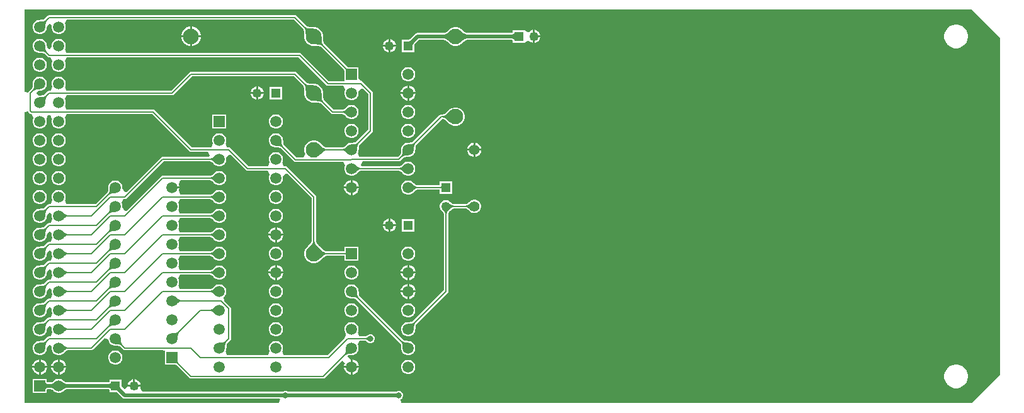
<source format=gbl>
G04*
G04 #@! TF.GenerationSoftware,Altium Limited,Altium Designer,21.0.9 (235)*
G04*
G04 Layer_Physical_Order=2*
G04 Layer_Color=16711680*
%FSLAX25Y25*%
%MOIN*%
G70*
G04*
G04 #@! TF.SameCoordinates,D904D71F-FCC1-446E-B92D-41826D6CEC25*
G04*
G04*
G04 #@! TF.FilePolarity,Positive*
G04*
G01*
G75*
%ADD25C,0.00800*%
%ADD26C,0.02000*%
%ADD27C,0.04921*%
%ADD28R,0.04921X0.04921*%
%ADD29C,0.08268*%
%ADD30C,0.05906*%
%ADD31R,0.05906X0.05906*%
%ADD32C,0.05512*%
%ADD33R,0.04921X0.04921*%
%ADD34C,0.05906*%
%ADD35R,0.05906X0.05906*%
%ADD36C,0.03200*%
G36*
X109970Y277047D02*
X109520Y277045D01*
X108719Y276998D01*
X108369Y276954D01*
X108051Y276896D01*
X107767Y276824D01*
X107516Y276738D01*
X107298Y276638D01*
X107113Y276524D01*
X106961Y276396D01*
X106396Y276961D01*
X106524Y277113D01*
X106638Y277298D01*
X106738Y277516D01*
X106824Y277767D01*
X106896Y278051D01*
X106954Y278369D01*
X106999Y278719D01*
X107045Y279520D01*
X107047Y279971D01*
X109970Y277047D01*
D02*
G37*
G36*
X250816Y279785D02*
X251064Y279642D01*
X251366Y279517D01*
X251721Y279409D01*
X252128Y279319D01*
X252588Y279247D01*
X253668Y279155D01*
X254287Y279135D01*
X254959Y279134D01*
X250866Y275041D01*
X250865Y275713D01*
X250753Y277412D01*
X250681Y277872D01*
X250591Y278279D01*
X250483Y278634D01*
X250358Y278936D01*
X250215Y279185D01*
X250054Y279380D01*
X250620Y279946D01*
X250816Y279785D01*
D02*
G37*
G36*
X259136Y274287D02*
X259247Y272588D01*
X259319Y272128D01*
X259409Y271721D01*
X259517Y271366D01*
X259642Y271064D01*
X259785Y270815D01*
X259946Y270620D01*
X259380Y270054D01*
X259185Y270215D01*
X258936Y270358D01*
X258634Y270483D01*
X258279Y270591D01*
X257872Y270681D01*
X257412Y270753D01*
X256332Y270845D01*
X255713Y270865D01*
X255041Y270866D01*
X259134Y274959D01*
X259136Y274287D01*
D02*
G37*
G36*
X113604Y273039D02*
X113476Y272887D01*
X113362Y272702D01*
X113262Y272484D01*
X113176Y272233D01*
X113104Y271949D01*
X113046Y271631D01*
X113001Y271281D01*
X112955Y270480D01*
X112953Y270029D01*
X110029Y272953D01*
X110480Y272955D01*
X111281Y273002D01*
X111631Y273046D01*
X111949Y273104D01*
X112233Y273176D01*
X112484Y273262D01*
X112702Y273362D01*
X112887Y273476D01*
X113039Y273604D01*
X113604Y273039D01*
D02*
G37*
G36*
X272891Y262933D02*
X272571Y263250D01*
X271972Y263783D01*
X271693Y264000D01*
X271427Y264183D01*
X271175Y264333D01*
X270937Y264450D01*
X270712Y264533D01*
X270500Y264583D01*
X270303Y264600D01*
Y265400D01*
X270500Y265417D01*
X270712Y265467D01*
X270937Y265550D01*
X271175Y265667D01*
X271427Y265817D01*
X271693Y266000D01*
X271972Y266217D01*
X272571Y266750D01*
X272891Y267067D01*
Y262933D01*
D02*
G37*
G36*
X618165Y304240D02*
X618165Y125760D01*
X603220Y110816D01*
X301396D01*
X300998Y112816D01*
X301360Y112965D01*
X302035Y113640D01*
X302400Y114523D01*
Y115477D01*
X302035Y116359D01*
X301360Y117035D01*
X300477Y117400D01*
X299523D01*
X298640Y117035D01*
X298455Y116849D01*
X298235Y116835D01*
X241633D01*
X241554Y116841D01*
X241552Y116842D01*
X241359Y117035D01*
X240477Y117400D01*
X239523D01*
X238640Y117035D01*
X238455Y116849D01*
X238234Y116835D01*
X164371D01*
X163223Y118549D01*
X163192Y118835D01*
X163370Y119500D01*
X156403D01*
X154800Y118269D01*
X153339Y119624D01*
Y120361D01*
X153343Y120380D01*
X153339Y120398D01*
Y123261D01*
X146818D01*
Y122009D01*
X146772Y121981D01*
X146658Y121935D01*
X146484Y121888D01*
X146252Y121850D01*
X146086Y121835D01*
X124248D01*
X124136Y121849D01*
X123941Y121888D01*
X123752Y121944D01*
X123569Y122015D01*
X123389Y122102D01*
X123212Y122208D01*
X123037Y122331D01*
X122863Y122475D01*
X122671Y122657D01*
X122612Y122695D01*
X122304Y123003D01*
X121449Y123497D01*
X120494Y123753D01*
X119506D01*
X118552Y123497D01*
X117696Y123003D01*
X117388Y122695D01*
X117329Y122657D01*
X117137Y122475D01*
X116963Y122331D01*
X116788Y122208D01*
X116611Y122102D01*
X116431Y122015D01*
X116248Y121944D01*
X116059Y121888D01*
X115864Y121849D01*
X115752Y121835D01*
X114485D01*
X114319Y121850D01*
X114087Y121888D01*
X113913Y121935D01*
X113800Y121981D01*
X113753Y122009D01*
Y123753D01*
X106247D01*
Y116247D01*
X113753D01*
Y117991D01*
X113799Y118019D01*
X113913Y118065D01*
X114087Y118112D01*
X114319Y118150D01*
X114485Y118165D01*
X115752D01*
X115864Y118151D01*
X116059Y118112D01*
X116248Y118056D01*
X116431Y117985D01*
X116611Y117897D01*
X116788Y117792D01*
X116963Y117669D01*
X117137Y117525D01*
X117329Y117343D01*
X117388Y117305D01*
X117696Y116997D01*
X118552Y116503D01*
X119506Y116247D01*
X120494D01*
X121449Y116503D01*
X122304Y116997D01*
X122612Y117305D01*
X122671Y117343D01*
X122863Y117525D01*
X123037Y117669D01*
X123212Y117792D01*
X123389Y117897D01*
X123569Y117985D01*
X123752Y118056D01*
X123941Y118112D01*
X124136Y118151D01*
X124248Y118165D01*
X146086D01*
X146252Y118150D01*
X146484Y118112D01*
X146658Y118065D01*
X146771Y118019D01*
X146818Y117991D01*
Y116739D01*
X149680D01*
X149699Y116736D01*
X149717Y116739D01*
X150537D01*
X150621Y116691D01*
X150884Y116508D01*
X151476Y116007D01*
X153781Y113702D01*
X154376Y113304D01*
X155079Y113165D01*
X237032D01*
X237345Y112816D01*
X236452Y110816D01*
X101835D01*
X101835Y264976D01*
X103835Y265173D01*
X103870Y265000D01*
X104135Y264603D01*
X104604Y264135D01*
X105000Y263870D01*
X105469Y263776D01*
X105641D01*
X106069Y263312D01*
X106692Y261776D01*
X106503Y261449D01*
X106247Y260494D01*
Y259506D01*
X106503Y258552D01*
X106997Y257696D01*
X107696Y256997D01*
X108552Y256503D01*
X109506Y256247D01*
X110494D01*
X111449Y256503D01*
X112304Y256997D01*
X113003Y257696D01*
X113497Y258552D01*
X113753Y259506D01*
Y260494D01*
X113513Y261387D01*
X113593Y261658D01*
X114351Y263305D01*
X114382Y263312D01*
X115618D01*
X115649Y263305D01*
X116407Y261658D01*
X116487Y261387D01*
X116247Y260494D01*
Y259506D01*
X116503Y258552D01*
X116997Y257696D01*
X117696Y256997D01*
X118552Y256503D01*
X119506Y256247D01*
X120494D01*
X121449Y256503D01*
X122304Y256997D01*
X123003Y257696D01*
X123497Y258552D01*
X123753Y259506D01*
Y260494D01*
X123497Y261449D01*
X123308Y261776D01*
X123931Y263312D01*
X124359Y263776D01*
X169493D01*
X189135Y244135D01*
X189532Y243870D01*
X190000Y243776D01*
X199035D01*
X199988Y241776D01*
X199540Y241224D01*
X175000D01*
X174532Y241130D01*
X174135Y240865D01*
X155835Y222565D01*
X155704Y222505D01*
X155235Y222600D01*
X155065Y222693D01*
X153753Y224506D01*
Y225494D01*
X153497Y226448D01*
X153003Y227304D01*
X152304Y228003D01*
X151449Y228497D01*
X150494Y228753D01*
X149506D01*
X148551Y228497D01*
X147696Y228003D01*
X146997Y227304D01*
X146503Y226448D01*
X146247Y225494D01*
Y225051D01*
X146232Y224975D01*
X146230Y224546D01*
X146186Y223794D01*
X146148Y223493D01*
X146099Y223225D01*
X146042Y223000D01*
X145980Y222819D01*
X145917Y222684D01*
X145861Y222593D01*
X145855Y222585D01*
X139493Y216224D01*
X124359D01*
X123931Y216688D01*
X123308Y218224D01*
X123497Y218551D01*
X123753Y219506D01*
Y220494D01*
X123497Y221448D01*
X123003Y222304D01*
X122304Y223003D01*
X121449Y223497D01*
X120494Y223753D01*
X119506D01*
X118552Y223497D01*
X117696Y223003D01*
X116997Y222304D01*
X116503Y221448D01*
X116247Y220494D01*
Y219506D01*
X116503Y218551D01*
X116692Y218224D01*
X116069Y216688D01*
X115641Y216224D01*
X115000D01*
X114532Y216130D01*
X114135Y215865D01*
X112415Y214145D01*
X112407Y214139D01*
X112316Y214083D01*
X112181Y214020D01*
X112000Y213958D01*
X111775Y213901D01*
X111507Y213852D01*
X111206Y213814D01*
X110454Y213771D01*
X110025Y213768D01*
X109949Y213753D01*
X109506D01*
X108552Y213497D01*
X107696Y213003D01*
X106997Y212304D01*
X106503Y211449D01*
X106247Y210494D01*
Y209506D01*
X106503Y208552D01*
X106997Y207696D01*
X107696Y206997D01*
X108552Y206503D01*
X109506Y206247D01*
X110494D01*
X111449Y206503D01*
X112304Y206997D01*
X113003Y207696D01*
X113497Y208552D01*
X113753Y209506D01*
Y209949D01*
X113768Y210025D01*
X113770Y210454D01*
X113780Y210615D01*
X115094Y211959D01*
X115159Y211997D01*
X116247Y210494D01*
Y209506D01*
X116503Y208552D01*
X116692Y208224D01*
X116069Y206688D01*
X115641Y206224D01*
X115000D01*
X114532Y206130D01*
X114135Y205865D01*
X112415Y204145D01*
X112407Y204138D01*
X112316Y204083D01*
X112181Y204020D01*
X112000Y203958D01*
X111775Y203901D01*
X111507Y203852D01*
X111206Y203814D01*
X110454Y203770D01*
X110025Y203768D01*
X109949Y203753D01*
X109506D01*
X108552Y203497D01*
X107696Y203003D01*
X106997Y202304D01*
X106503Y201448D01*
X106247Y200494D01*
Y199506D01*
X106503Y198551D01*
X106997Y197696D01*
X107696Y196997D01*
X108552Y196503D01*
X109506Y196247D01*
X110494D01*
X111449Y196503D01*
X112304Y196997D01*
X113003Y197696D01*
X113497Y198551D01*
X113753Y199506D01*
Y199949D01*
X113768Y200025D01*
X113770Y200454D01*
X113780Y200615D01*
X115094Y201959D01*
X115159Y201997D01*
X116247Y200494D01*
Y199506D01*
X116503Y198551D01*
X116692Y198223D01*
X116069Y196688D01*
X115641Y196223D01*
X115000D01*
X114532Y196130D01*
X114135Y195865D01*
X112415Y194145D01*
X112407Y194139D01*
X112316Y194083D01*
X112181Y194020D01*
X112000Y193958D01*
X111775Y193901D01*
X111507Y193852D01*
X111206Y193814D01*
X110454Y193771D01*
X110025Y193768D01*
X109949Y193753D01*
X109506D01*
X108552Y193497D01*
X107696Y193003D01*
X106997Y192304D01*
X106503Y191448D01*
X106247Y190494D01*
Y189506D01*
X106503Y188551D01*
X106997Y187696D01*
X107696Y186997D01*
X108552Y186503D01*
X109506Y186247D01*
X110494D01*
X111449Y186503D01*
X112304Y186997D01*
X113003Y187696D01*
X113497Y188551D01*
X113753Y189506D01*
Y189949D01*
X113768Y190025D01*
X113770Y190454D01*
X113780Y190615D01*
X115094Y191959D01*
X115159Y191997D01*
X116247Y190494D01*
Y189506D01*
X116503Y188551D01*
X116692Y188224D01*
X116069Y186688D01*
X115641Y186223D01*
X115000D01*
X114532Y186130D01*
X114135Y185865D01*
X112415Y184145D01*
X112407Y184139D01*
X112316Y184083D01*
X112181Y184020D01*
X112000Y183958D01*
X111775Y183901D01*
X111507Y183852D01*
X111206Y183814D01*
X110454Y183771D01*
X110025Y183768D01*
X109949Y183753D01*
X109506D01*
X108552Y183497D01*
X107696Y183003D01*
X106997Y182304D01*
X106503Y181448D01*
X106247Y180494D01*
Y179506D01*
X106503Y178551D01*
X106997Y177696D01*
X107696Y176997D01*
X108552Y176503D01*
X109506Y176247D01*
X110494D01*
X111449Y176503D01*
X112304Y176997D01*
X113003Y177696D01*
X113497Y178551D01*
X113753Y179506D01*
Y179949D01*
X113768Y180025D01*
X113770Y180454D01*
X113780Y180615D01*
X115094Y181959D01*
X115159Y181997D01*
X116247Y180494D01*
Y179506D01*
X116503Y178551D01*
X116692Y178224D01*
X116069Y176689D01*
X115641Y176224D01*
X115000D01*
X114532Y176130D01*
X114135Y175865D01*
X112415Y174145D01*
X112407Y174138D01*
X112316Y174083D01*
X112181Y174020D01*
X112000Y173958D01*
X111775Y173901D01*
X111507Y173852D01*
X111206Y173814D01*
X110454Y173770D01*
X110025Y173768D01*
X109949Y173753D01*
X109506D01*
X108552Y173497D01*
X107696Y173003D01*
X106997Y172304D01*
X106503Y171449D01*
X106247Y170494D01*
Y169506D01*
X106503Y168552D01*
X106997Y167696D01*
X107696Y166997D01*
X108552Y166503D01*
X109506Y166247D01*
X110494D01*
X111449Y166503D01*
X112304Y166997D01*
X113003Y167696D01*
X113497Y168552D01*
X113753Y169506D01*
Y169949D01*
X113768Y170025D01*
X113770Y170454D01*
X113780Y170615D01*
X115094Y171959D01*
X115159Y171997D01*
X116247Y170494D01*
Y169506D01*
X116503Y168552D01*
X116692Y168224D01*
X116069Y166689D01*
X115641Y166224D01*
X115000D01*
X114532Y166130D01*
X114135Y165865D01*
X112415Y164145D01*
X112407Y164138D01*
X112316Y164083D01*
X112181Y164020D01*
X112000Y163958D01*
X111775Y163901D01*
X111507Y163852D01*
X111206Y163814D01*
X110454Y163770D01*
X110025Y163768D01*
X109949Y163753D01*
X109506D01*
X108552Y163497D01*
X107696Y163003D01*
X106997Y162304D01*
X106503Y161449D01*
X106247Y160494D01*
Y159506D01*
X106503Y158552D01*
X106997Y157696D01*
X107696Y156997D01*
X108552Y156503D01*
X109506Y156247D01*
X110494D01*
X111449Y156503D01*
X112304Y156997D01*
X113003Y157696D01*
X113497Y158552D01*
X113753Y159506D01*
Y159949D01*
X113768Y160025D01*
X113770Y160454D01*
X113780Y160615D01*
X115094Y161959D01*
X115159Y161997D01*
X116247Y160494D01*
Y159506D01*
X116503Y158552D01*
X116692Y158223D01*
X116069Y156688D01*
X115641Y156223D01*
X115000D01*
X114532Y156130D01*
X114135Y155865D01*
X112415Y154145D01*
X112407Y154139D01*
X112316Y154083D01*
X112181Y154020D01*
X112000Y153958D01*
X111775Y153901D01*
X111507Y153852D01*
X111206Y153814D01*
X110454Y153770D01*
X110025Y153768D01*
X109949Y153753D01*
X109506D01*
X108552Y153497D01*
X107696Y153003D01*
X106997Y152304D01*
X106503Y151449D01*
X106247Y150494D01*
Y149506D01*
X106503Y148551D01*
X106997Y147696D01*
X107696Y146997D01*
X108552Y146503D01*
X109506Y146247D01*
X110494D01*
X111449Y146503D01*
X112304Y146997D01*
X113003Y147696D01*
X113497Y148551D01*
X113753Y149506D01*
Y149949D01*
X113768Y150025D01*
X113770Y150454D01*
X113780Y150615D01*
X115094Y151959D01*
X115159Y151997D01*
X116247Y150494D01*
Y149506D01*
X116503Y148551D01*
X116692Y148223D01*
X116069Y146688D01*
X115641Y146223D01*
X115000D01*
X114532Y146130D01*
X114135Y145865D01*
X112415Y144145D01*
X112407Y144139D01*
X112316Y144083D01*
X112181Y144020D01*
X112000Y143958D01*
X111775Y143901D01*
X111507Y143852D01*
X111206Y143814D01*
X110454Y143771D01*
X110025Y143768D01*
X109949Y143753D01*
X109506D01*
X108552Y143497D01*
X107696Y143003D01*
X106997Y142304D01*
X106503Y141448D01*
X106247Y140494D01*
Y139506D01*
X106503Y138551D01*
X106997Y137696D01*
X107696Y136997D01*
X108552Y136503D01*
X109506Y136247D01*
X110494D01*
X111449Y136503D01*
X112304Y136997D01*
X113003Y137696D01*
X113497Y138551D01*
X113753Y139506D01*
Y139949D01*
X113768Y140025D01*
X113770Y140454D01*
X113780Y140615D01*
X115094Y141959D01*
X115159Y141997D01*
X116247Y140494D01*
Y139506D01*
X116503Y138551D01*
X116997Y137696D01*
X117696Y136997D01*
X118552Y136503D01*
X119506Y136247D01*
X120494D01*
X121449Y136503D01*
X122304Y136997D01*
X122618Y137311D01*
X122682Y137353D01*
X122987Y137655D01*
X123550Y138156D01*
X123789Y138342D01*
X124013Y138496D01*
X124213Y138615D01*
X124385Y138699D01*
X124525Y138751D01*
X124628Y138776D01*
X124639Y138777D01*
X137263D01*
X137731Y138870D01*
X138128Y139135D01*
X144247Y145254D01*
X146247Y144506D01*
X146503Y143552D01*
X146997Y142696D01*
X147696Y141997D01*
X148551Y141503D01*
X149506Y141247D01*
X149949D01*
X150025Y141232D01*
X150454Y141229D01*
X151206Y141186D01*
X151507Y141148D01*
X151775Y141099D01*
X152000Y141042D01*
X152181Y140980D01*
X152316Y140917D01*
X152407Y140861D01*
X152415Y140855D01*
X154135Y139135D01*
X154532Y138870D01*
X155000Y138777D01*
X174257D01*
X176247Y138753D01*
Y131247D01*
X181791D01*
X181809Y131244D01*
X181828Y131247D01*
X181992D01*
X182189Y131081D01*
X189135Y124135D01*
X189532Y123870D01*
X190000Y123776D01*
X260000D01*
X260468Y123870D01*
X260865Y124135D01*
X270033Y133303D01*
X271634Y132075D01*
X271592Y132002D01*
X271317Y131526D01*
X271047Y130520D01*
Y130500D01*
X274500D01*
Y133953D01*
X274480D01*
X274474Y133951D01*
X273880Y134209D01*
X272949Y135603D01*
X273334Y136119D01*
X273493Y136148D01*
X273794Y136186D01*
X274546Y136230D01*
X274975Y136232D01*
X275051Y136247D01*
X275494D01*
X276448Y136503D01*
X277304Y136997D01*
X278003Y137696D01*
X278497Y138551D01*
X278753Y139506D01*
Y140494D01*
X278497Y141448D01*
X278308Y141777D01*
X278931Y143312D01*
X279359Y143777D01*
X282562D01*
X282586Y143773D01*
X282643Y143757D01*
X282709Y143733D01*
X282783Y143697D01*
X282867Y143649D01*
X282948Y143594D01*
X283172Y143409D01*
X283289Y143295D01*
X283351Y143255D01*
X283641Y142965D01*
X284523Y142600D01*
X285477D01*
X286360Y142965D01*
X287035Y143640D01*
X287400Y144523D01*
Y145477D01*
X287035Y146360D01*
X286360Y147035D01*
X285477Y147400D01*
X284523D01*
X283641Y147035D01*
X283351Y146745D01*
X283289Y146705D01*
X283163Y146583D01*
X283057Y146490D01*
X282958Y146413D01*
X282867Y146351D01*
X282783Y146303D01*
X282709Y146267D01*
X282643Y146243D01*
X282586Y146227D01*
X282562Y146223D01*
X279359D01*
X278931Y146688D01*
X278308Y148223D01*
X278497Y148551D01*
X278753Y149506D01*
Y150494D01*
X278497Y151449D01*
X278003Y152304D01*
X277304Y153003D01*
X276448Y153497D01*
X275494Y153753D01*
X274506D01*
X273552Y153497D01*
X272696Y153003D01*
X271997Y152304D01*
X271503Y151449D01*
X271247Y150494D01*
Y149506D01*
X271503Y148551D01*
X271869Y147146D01*
X271922Y146889D01*
X271843Y146540D01*
X271275Y145348D01*
X270723Y144545D01*
X269308Y143131D01*
X262401Y136223D01*
X239359D01*
X238931Y136688D01*
X238308Y138224D01*
X238497Y138551D01*
X238753Y139506D01*
Y140494D01*
X238497Y141448D01*
X238003Y142304D01*
X237304Y143003D01*
X236449Y143497D01*
X235494Y143753D01*
X234506D01*
X233552Y143497D01*
X232696Y143003D01*
X231997Y142304D01*
X231503Y141448D01*
X231247Y140494D01*
Y139506D01*
X231503Y138551D01*
X231692Y138224D01*
X231069Y136688D01*
X230641Y136223D01*
X209359D01*
X208931Y136688D01*
X208308Y138224D01*
X208497Y138551D01*
X208753Y139506D01*
Y139949D01*
X208768Y140025D01*
X208770Y140454D01*
X208814Y141206D01*
X208852Y141507D01*
X208901Y141775D01*
X208958Y142000D01*
X209020Y142181D01*
X209083Y142316D01*
X209138Y142407D01*
X209145Y142415D01*
X210865Y144135D01*
X211130Y144532D01*
X211224Y145000D01*
Y160873D01*
X211130Y161341D01*
X210865Y161738D01*
X207692Y164911D01*
X207344Y166782D01*
X207841Y167534D01*
X208003Y167696D01*
X208497Y168552D01*
X208753Y169506D01*
Y170494D01*
X208497Y171449D01*
X208003Y172304D01*
X207304Y173003D01*
X206449Y173497D01*
X205494Y173753D01*
X204506D01*
X203552Y173497D01*
X202696Y173003D01*
X202382Y172689D01*
X202318Y172647D01*
X202013Y172345D01*
X201450Y171844D01*
X201211Y171658D01*
X200987Y171504D01*
X200787Y171385D01*
X200615Y171301D01*
X200475Y171249D01*
X200372Y171224D01*
X200361Y171223D01*
X184359D01*
X183931Y171688D01*
X183308Y173223D01*
X183497Y173551D01*
X183753Y174506D01*
Y175494D01*
X183497Y176449D01*
X183308Y176777D01*
X183931Y178312D01*
X184359Y178777D01*
X200361D01*
X200372Y178776D01*
X200475Y178751D01*
X200615Y178699D01*
X200787Y178615D01*
X200986Y178496D01*
X201211Y178342D01*
X201450Y178156D01*
X202013Y177655D01*
X202318Y177353D01*
X202382Y177311D01*
X202696Y176997D01*
X203552Y176503D01*
X204506Y176247D01*
X205494D01*
X206449Y176503D01*
X207304Y176997D01*
X208003Y177696D01*
X208497Y178551D01*
X208753Y179506D01*
Y180494D01*
X208497Y181448D01*
X208003Y182304D01*
X207304Y183003D01*
X206449Y183497D01*
X205494Y183753D01*
X204506D01*
X203552Y183497D01*
X202696Y183003D01*
X202382Y182689D01*
X202318Y182647D01*
X202013Y182345D01*
X201450Y181844D01*
X201211Y181658D01*
X200987Y181504D01*
X200787Y181385D01*
X200615Y181301D01*
X200475Y181249D01*
X200372Y181224D01*
X200361Y181223D01*
X184359D01*
X183931Y181688D01*
X183308Y183223D01*
X183497Y183552D01*
X183753Y184506D01*
Y185494D01*
X183497Y186449D01*
X183308Y186776D01*
X183931Y188312D01*
X184359Y188777D01*
X200361D01*
X200372Y188776D01*
X200475Y188751D01*
X200615Y188699D01*
X200787Y188615D01*
X200986Y188496D01*
X201211Y188342D01*
X201450Y188156D01*
X202013Y187655D01*
X202318Y187353D01*
X202382Y187311D01*
X202696Y186997D01*
X203552Y186503D01*
X204506Y186247D01*
X205494D01*
X206449Y186503D01*
X207304Y186997D01*
X208003Y187696D01*
X208497Y188551D01*
X208753Y189506D01*
Y190494D01*
X208497Y191448D01*
X208003Y192304D01*
X207304Y193003D01*
X206449Y193497D01*
X205494Y193753D01*
X204506D01*
X203552Y193497D01*
X202696Y193003D01*
X202382Y192689D01*
X202318Y192647D01*
X202013Y192345D01*
X201450Y191844D01*
X201211Y191658D01*
X200987Y191504D01*
X200787Y191385D01*
X200615Y191301D01*
X200475Y191249D01*
X200372Y191224D01*
X200361Y191224D01*
X184359D01*
X183931Y191689D01*
X183308Y193224D01*
X183497Y193552D01*
X183753Y194506D01*
Y195494D01*
X183497Y196449D01*
X183308Y196776D01*
X183931Y198311D01*
X184359Y198776D01*
X200361D01*
X200372Y198776D01*
X200475Y198751D01*
X200615Y198699D01*
X200787Y198615D01*
X200986Y198496D01*
X201211Y198342D01*
X201450Y198156D01*
X202013Y197655D01*
X202318Y197353D01*
X202382Y197311D01*
X202696Y196997D01*
X203552Y196503D01*
X204506Y196247D01*
X205494D01*
X206449Y196503D01*
X207304Y196997D01*
X208003Y197696D01*
X208497Y198551D01*
X208753Y199506D01*
Y200494D01*
X208497Y201448D01*
X208003Y202304D01*
X207304Y203003D01*
X206449Y203497D01*
X205494Y203753D01*
X204506D01*
X203552Y203497D01*
X202696Y203003D01*
X202382Y202689D01*
X202318Y202647D01*
X202013Y202345D01*
X201450Y201844D01*
X201211Y201658D01*
X200987Y201504D01*
X200787Y201385D01*
X200615Y201301D01*
X200475Y201249D01*
X200372Y201224D01*
X200361Y201223D01*
X184359D01*
X183931Y201689D01*
X183308Y203223D01*
X183497Y203552D01*
X183753Y204506D01*
Y205494D01*
X183497Y206449D01*
X183308Y206776D01*
X183931Y208312D01*
X184359Y208776D01*
X200361D01*
X200372Y208776D01*
X200475Y208751D01*
X200615Y208699D01*
X200787Y208615D01*
X200986Y208496D01*
X201211Y208342D01*
X201450Y208156D01*
X202013Y207655D01*
X202318Y207353D01*
X202382Y207311D01*
X202696Y206997D01*
X203552Y206503D01*
X204506Y206247D01*
X205494D01*
X206449Y206503D01*
X207304Y206997D01*
X208003Y207696D01*
X208497Y208552D01*
X208753Y209506D01*
Y210494D01*
X208497Y211449D01*
X208003Y212304D01*
X207304Y213003D01*
X206449Y213497D01*
X205494Y213753D01*
X204506D01*
X203552Y213497D01*
X202696Y213003D01*
X202382Y212689D01*
X202318Y212647D01*
X202013Y212345D01*
X201450Y211844D01*
X201211Y211658D01*
X200987Y211504D01*
X200787Y211385D01*
X200615Y211301D01*
X200475Y211249D01*
X200372Y211224D01*
X200361Y211224D01*
X184359D01*
X183931Y211688D01*
X183308Y213224D01*
X183497Y213551D01*
X183753Y214506D01*
Y215494D01*
X183497Y216448D01*
X183308Y216776D01*
X183931Y218312D01*
X184359Y218776D01*
X200361D01*
X200372Y218776D01*
X200475Y218751D01*
X200615Y218699D01*
X200787Y218615D01*
X200986Y218496D01*
X201211Y218342D01*
X201450Y218156D01*
X202013Y217655D01*
X202318Y217353D01*
X202382Y217311D01*
X202696Y216997D01*
X203552Y216503D01*
X204506Y216247D01*
X205494D01*
X206449Y216503D01*
X207304Y216997D01*
X208003Y217696D01*
X208497Y218551D01*
X208753Y219506D01*
Y220494D01*
X208497Y221448D01*
X208003Y222304D01*
X207304Y223003D01*
X206449Y223497D01*
X205494Y223753D01*
X204506D01*
X203552Y223497D01*
X202696Y223003D01*
X202382Y222689D01*
X202318Y222647D01*
X202013Y222345D01*
X201450Y221844D01*
X201211Y221658D01*
X200987Y221504D01*
X200787Y221385D01*
X200615Y221301D01*
X200475Y221249D01*
X200372Y221224D01*
X200361Y221223D01*
X184604D01*
X184320Y221490D01*
X183539Y223223D01*
X183683Y223474D01*
X183953Y224480D01*
Y224500D01*
X180000D01*
Y225500D01*
X183953D01*
Y225520D01*
X183683Y226526D01*
X183539Y226777D01*
X184320Y228510D01*
X184604Y228777D01*
X200361D01*
X200372Y228776D01*
X200475Y228751D01*
X200615Y228699D01*
X200787Y228615D01*
X200986Y228496D01*
X201211Y228342D01*
X201450Y228156D01*
X202013Y227655D01*
X202318Y227353D01*
X202382Y227311D01*
X202696Y226997D01*
X203552Y226503D01*
X204506Y226247D01*
X205494D01*
X206449Y226503D01*
X207304Y226997D01*
X208003Y227696D01*
X208497Y228552D01*
X208753Y229506D01*
Y230494D01*
X208497Y231449D01*
X208003Y232304D01*
X207304Y233003D01*
X206449Y233497D01*
X205494Y233753D01*
X204506D01*
X203552Y233497D01*
X202696Y233003D01*
X202382Y232689D01*
X202318Y232647D01*
X202013Y232345D01*
X201450Y231844D01*
X201211Y231658D01*
X200987Y231504D01*
X200787Y231385D01*
X200615Y231301D01*
X200475Y231249D01*
X200372Y231224D01*
X200361Y231224D01*
X175000D01*
X174532Y231130D01*
X174135Y230865D01*
X155835Y212565D01*
X155704Y212505D01*
X155235Y212600D01*
X155065Y212693D01*
X153753Y214506D01*
Y215494D01*
X153497Y216448D01*
X153308Y216776D01*
X153931Y218312D01*
X154359Y218776D01*
X155000D01*
X155468Y218870D01*
X155865Y219135D01*
X175507Y238776D01*
X200361D01*
X200372Y238776D01*
X200475Y238751D01*
X200615Y238699D01*
X200787Y238615D01*
X200986Y238496D01*
X201211Y238342D01*
X201450Y238156D01*
X202013Y237655D01*
X202318Y237353D01*
X202382Y237311D01*
X202696Y236997D01*
X203552Y236503D01*
X204506Y236247D01*
X205494D01*
X206449Y236503D01*
X207304Y236997D01*
X208003Y237696D01*
X208497Y238551D01*
X208753Y239506D01*
Y240494D01*
X210065Y242307D01*
X210235Y242400D01*
X210704Y242495D01*
X210835Y242435D01*
X219135Y234135D01*
X219532Y233870D01*
X220000Y233776D01*
X230641D01*
X231069Y233312D01*
X231692Y231776D01*
X231503Y231449D01*
X231247Y230494D01*
Y229506D01*
X231503Y228552D01*
X231997Y227696D01*
X232696Y226997D01*
X233552Y226503D01*
X234506Y226247D01*
X235494D01*
X236449Y226503D01*
X237304Y226997D01*
X238003Y227696D01*
X238497Y228552D01*
X238753Y229506D01*
Y230494D01*
X240065Y232307D01*
X240235Y232400D01*
X240704Y232495D01*
X240835Y232435D01*
X253777Y219493D01*
Y196556D01*
X253770Y196490D01*
X253726Y196329D01*
X253637Y196112D01*
X253496Y195849D01*
X253302Y195545D01*
X253065Y195218D01*
X251984Y193986D01*
X251528Y193527D01*
X251485Y193462D01*
X251052Y193029D01*
X250402Y191904D01*
X250066Y190649D01*
Y189350D01*
X250402Y188096D01*
X251052Y186970D01*
X251971Y186052D01*
X253096Y185402D01*
X254350Y185066D01*
X255649D01*
X256904Y185402D01*
X258030Y186052D01*
X258462Y186485D01*
X258527Y186528D01*
X258996Y186994D01*
X259422Y187394D01*
X260212Y188060D01*
X260545Y188302D01*
X260849Y188496D01*
X261112Y188637D01*
X261329Y188726D01*
X261490Y188770D01*
X261556Y188777D01*
X271247D01*
Y186247D01*
X278753D01*
Y193753D01*
X271247D01*
Y191224D01*
X261556D01*
X261490Y191230D01*
X261329Y191274D01*
X261112Y191363D01*
X260849Y191504D01*
X260545Y191698D01*
X260218Y191935D01*
X258986Y193016D01*
X258527Y193472D01*
X258494Y193494D01*
X258472Y193527D01*
X258006Y193995D01*
X257606Y194422D01*
X256940Y195212D01*
X256698Y195545D01*
X256504Y195849D01*
X256363Y196112D01*
X256274Y196329D01*
X256230Y196490D01*
X256224Y196556D01*
Y220000D01*
X256130Y220468D01*
X255865Y220865D01*
X240865Y235865D01*
X240468Y236130D01*
X240000Y236224D01*
X239359D01*
X238931Y236688D01*
X238308Y238224D01*
X238497Y238551D01*
X238753Y239506D01*
Y240494D01*
X238497Y241448D01*
X238003Y242304D01*
X237304Y243003D01*
X236449Y243497D01*
X235494Y243753D01*
X234506D01*
X233552Y243497D01*
X232696Y243003D01*
X231997Y242304D01*
X231503Y241448D01*
X231247Y240494D01*
Y239506D01*
X231503Y238551D01*
X231692Y238224D01*
X231069Y236688D01*
X230641Y236224D01*
X220507D01*
X210865Y245865D01*
X210468Y246130D01*
X210000Y246223D01*
X209359D01*
X208931Y246689D01*
X208308Y248223D01*
X208497Y248552D01*
X208753Y249506D01*
Y250494D01*
X208497Y251448D01*
X208003Y252304D01*
X207304Y253003D01*
X206449Y253497D01*
X205494Y253753D01*
X204506D01*
X203552Y253497D01*
X202696Y253003D01*
X201997Y252304D01*
X201503Y251448D01*
X201247Y250494D01*
Y249506D01*
X201503Y248552D01*
X201692Y248223D01*
X201069Y246689D01*
X200641Y246223D01*
X190507D01*
X170865Y265865D01*
X170468Y266130D01*
X170000Y266224D01*
X124359D01*
X123931Y266688D01*
X123308Y268224D01*
X123497Y268551D01*
X123753Y269506D01*
Y270494D01*
X123497Y271448D01*
X123308Y271777D01*
X123931Y273311D01*
X124359Y273777D01*
X180000D01*
X180468Y273870D01*
X180865Y274135D01*
X190507Y283776D01*
X244493D01*
X249499Y278770D01*
X249541Y278719D01*
X249624Y278574D01*
X249714Y278358D01*
X249801Y278073D01*
X249879Y277720D01*
X249942Y277321D01*
X250049Y275686D01*
X250051Y275039D01*
X250066Y274962D01*
Y274351D01*
X250402Y273096D01*
X251052Y271971D01*
X251971Y271052D01*
X253096Y270402D01*
X254350Y270066D01*
X254962D01*
X255039Y270051D01*
X255699Y270049D01*
X256285Y270030D01*
X257314Y269943D01*
X257720Y269879D01*
X258072Y269801D01*
X258358Y269714D01*
X258575Y269624D01*
X258719Y269541D01*
X258770Y269499D01*
X264135Y264135D01*
X264532Y263870D01*
X265000Y263776D01*
X270361D01*
X270372Y263776D01*
X270475Y263751D01*
X270615Y263699D01*
X270787Y263615D01*
X270986Y263496D01*
X271211Y263342D01*
X271450Y263156D01*
X272013Y262655D01*
X272318Y262353D01*
X272382Y262311D01*
X272696Y261997D01*
X273552Y261503D01*
X274506Y261247D01*
X275494D01*
X276448Y261503D01*
X277304Y261997D01*
X278003Y262696D01*
X278497Y263551D01*
X278753Y264506D01*
Y265494D01*
X278497Y266448D01*
X278003Y267304D01*
X277304Y268003D01*
X276448Y268497D01*
X275494Y268753D01*
X274506D01*
X273552Y268497D01*
X272696Y268003D01*
X272382Y267689D01*
X272318Y267647D01*
X272013Y267345D01*
X271450Y266844D01*
X271211Y266658D01*
X270987Y266504D01*
X270787Y266385D01*
X270615Y266301D01*
X270475Y266249D01*
X270372Y266224D01*
X270361Y266224D01*
X265507D01*
X260501Y271230D01*
X260459Y271281D01*
X260376Y271426D01*
X260286Y271642D01*
X260199Y271927D01*
X260121Y272280D01*
X260058Y272679D01*
X259951Y274314D01*
X259949Y274961D01*
X259934Y275038D01*
Y275649D01*
X259598Y276904D01*
X258948Y278029D01*
X258030Y278948D01*
X256904Y279598D01*
X255649Y279934D01*
X255037D01*
X254961Y279949D01*
X254301Y279951D01*
X253715Y279970D01*
X252686Y280057D01*
X252280Y280121D01*
X251927Y280199D01*
X251642Y280286D01*
X251426Y280376D01*
X251280Y280459D01*
X251230Y280501D01*
X245865Y285865D01*
X245468Y286130D01*
X245000Y286224D01*
X190000D01*
X189532Y286130D01*
X189135Y285865D01*
X179493Y276223D01*
X124359D01*
X123931Y276689D01*
X123308Y278223D01*
X123497Y278552D01*
X123753Y279506D01*
Y280494D01*
X123497Y281449D01*
X123003Y282304D01*
X122304Y283003D01*
X121449Y283497D01*
X120494Y283753D01*
X119506D01*
X118552Y283497D01*
X117696Y283003D01*
X116997Y282304D01*
X116503Y281449D01*
X116247Y280494D01*
Y279506D01*
X116503Y278552D01*
X116692Y278223D01*
X116069Y276689D01*
X115641Y276223D01*
X115000D01*
X114532Y276130D01*
X114135Y275865D01*
X112415Y274145D01*
X112407Y274138D01*
X112316Y274083D01*
X112181Y274020D01*
X112000Y273958D01*
X111775Y273901D01*
X111507Y273852D01*
X111206Y273814D01*
X110454Y273770D01*
X110025Y273768D01*
X109949Y273753D01*
X109506D01*
X108003Y274841D01*
X108041Y274906D01*
X109385Y276220D01*
X109546Y276230D01*
X109975Y276232D01*
X110051Y276247D01*
X110494D01*
X111449Y276503D01*
X112304Y276997D01*
X113003Y277696D01*
X113497Y278552D01*
X113753Y279506D01*
Y280494D01*
X113497Y281449D01*
X113003Y282304D01*
X112304Y283003D01*
X111449Y283497D01*
X110494Y283753D01*
X109506D01*
X108552Y283497D01*
X107696Y283003D01*
X106997Y282304D01*
X106503Y281449D01*
X106247Y280494D01*
Y280051D01*
X106232Y279975D01*
X106229Y279546D01*
X106186Y278794D01*
X106148Y278493D01*
X106099Y278225D01*
X106042Y278000D01*
X105980Y277819D01*
X105917Y277684D01*
X105861Y277593D01*
X105855Y277585D01*
X104135Y275865D01*
X103870Y275468D01*
X103835Y275295D01*
X101835Y275492D01*
X101835Y319184D01*
X603220D01*
X618165Y304240D01*
D02*
G37*
G36*
X202891Y237933D02*
X202571Y238250D01*
X201972Y238783D01*
X201693Y239000D01*
X201427Y239183D01*
X201175Y239333D01*
X200937Y239450D01*
X200712Y239533D01*
X200500Y239583D01*
X200303Y239600D01*
Y240400D01*
X200500Y240417D01*
X200712Y240467D01*
X200937Y240550D01*
X201175Y240667D01*
X201427Y240817D01*
X201693Y241000D01*
X201972Y241217D01*
X202571Y241750D01*
X202891Y242067D01*
Y237933D01*
D02*
G37*
G36*
Y227933D02*
X202571Y228250D01*
X201972Y228783D01*
X201693Y229000D01*
X201427Y229183D01*
X201175Y229333D01*
X200937Y229450D01*
X200712Y229533D01*
X200500Y229583D01*
X200303Y229600D01*
Y230400D01*
X200500Y230417D01*
X200712Y230467D01*
X200937Y230550D01*
X201175Y230667D01*
X201427Y230817D01*
X201693Y231000D01*
X201972Y231217D01*
X202571Y231750D01*
X202891Y232067D01*
Y227933D01*
D02*
G37*
G36*
X149970Y222047D02*
X149520Y222045D01*
X148719Y221999D01*
X148369Y221954D01*
X148051Y221896D01*
X147767Y221824D01*
X147516Y221738D01*
X147298Y221638D01*
X147113Y221524D01*
X146961Y221396D01*
X146396Y221961D01*
X146524Y222113D01*
X146638Y222298D01*
X146738Y222516D01*
X146824Y222767D01*
X146896Y223051D01*
X146954Y223369D01*
X146999Y223719D01*
X147045Y224520D01*
X147047Y224971D01*
X149970Y222047D01*
D02*
G37*
G36*
X202891Y217933D02*
X202571Y218250D01*
X201972Y218783D01*
X201693Y219000D01*
X201427Y219183D01*
X201175Y219333D01*
X200937Y219450D01*
X200712Y219533D01*
X200500Y219583D01*
X200303Y219600D01*
Y220400D01*
X200500Y220417D01*
X200712Y220467D01*
X200937Y220550D01*
X201175Y220667D01*
X201427Y220817D01*
X201693Y221000D01*
X201972Y221217D01*
X202571Y221750D01*
X202891Y222067D01*
Y217933D01*
D02*
G37*
G36*
X149970Y212047D02*
X149520Y212045D01*
X148719Y211999D01*
X148369Y211954D01*
X148051Y211896D01*
X147767Y211824D01*
X147516Y211738D01*
X147298Y211638D01*
X147113Y211524D01*
X146961Y211396D01*
X146396Y211961D01*
X146524Y212113D01*
X146638Y212298D01*
X146738Y212516D01*
X146824Y212767D01*
X146896Y213051D01*
X146954Y213369D01*
X146999Y213719D01*
X147045Y214520D01*
X147047Y214970D01*
X149970Y212047D01*
D02*
G37*
G36*
X113604Y213039D02*
X113476Y212887D01*
X113362Y212702D01*
X113262Y212484D01*
X113176Y212233D01*
X113104Y211949D01*
X113046Y211631D01*
X113001Y211281D01*
X112955Y210480D01*
X112953Y210030D01*
X110029Y212953D01*
X110480Y212955D01*
X111281Y213001D01*
X111631Y213046D01*
X111949Y213104D01*
X112233Y213176D01*
X112484Y213262D01*
X112702Y213362D01*
X112887Y213476D01*
X113039Y213604D01*
X113604Y213039D01*
D02*
G37*
G36*
X202891Y207933D02*
X202571Y208250D01*
X201972Y208783D01*
X201693Y209000D01*
X201427Y209183D01*
X201175Y209333D01*
X200937Y209450D01*
X200712Y209533D01*
X200500Y209583D01*
X200303Y209600D01*
Y210400D01*
X200500Y210417D01*
X200712Y210467D01*
X200937Y210550D01*
X201175Y210667D01*
X201427Y210817D01*
X201693Y211000D01*
X201972Y211217D01*
X202571Y211750D01*
X202891Y212067D01*
Y207933D01*
D02*
G37*
G36*
X122429Y211750D02*
X123028Y211217D01*
X123307Y211000D01*
X123573Y210817D01*
X123825Y210667D01*
X124063Y210550D01*
X124288Y210467D01*
X124499Y210417D01*
X124697Y210400D01*
Y209600D01*
X124499Y209583D01*
X124288Y209533D01*
X124063Y209450D01*
X123825Y209333D01*
X123573Y209183D01*
X123307Y209000D01*
X123028Y208783D01*
X122429Y208250D01*
X122109Y207933D01*
Y212067D01*
X122429Y211750D01*
D02*
G37*
G36*
X149970Y202047D02*
X149520Y202045D01*
X148719Y201999D01*
X148369Y201954D01*
X148051Y201896D01*
X147767Y201824D01*
X147516Y201738D01*
X147298Y201638D01*
X147113Y201524D01*
X146961Y201396D01*
X146396Y201961D01*
X146524Y202113D01*
X146638Y202298D01*
X146738Y202516D01*
X146824Y202767D01*
X146896Y203051D01*
X146954Y203369D01*
X146999Y203719D01*
X147045Y204520D01*
X147047Y204971D01*
X149970Y202047D01*
D02*
G37*
G36*
X113604Y203039D02*
X113476Y202887D01*
X113362Y202702D01*
X113262Y202484D01*
X113176Y202233D01*
X113104Y201949D01*
X113046Y201631D01*
X113001Y201281D01*
X112955Y200480D01*
X112953Y200029D01*
X110029Y202953D01*
X110480Y202955D01*
X111281Y203001D01*
X111631Y203046D01*
X111949Y203104D01*
X112233Y203176D01*
X112484Y203262D01*
X112702Y203362D01*
X112887Y203476D01*
X113039Y203604D01*
X113604Y203039D01*
D02*
G37*
G36*
X202891Y197933D02*
X202571Y198250D01*
X201972Y198783D01*
X201693Y199000D01*
X201427Y199183D01*
X201175Y199333D01*
X200937Y199450D01*
X200712Y199533D01*
X200500Y199583D01*
X200303Y199600D01*
Y200400D01*
X200500Y200417D01*
X200712Y200467D01*
X200937Y200550D01*
X201175Y200667D01*
X201427Y200817D01*
X201693Y201000D01*
X201972Y201217D01*
X202571Y201750D01*
X202891Y202067D01*
Y197933D01*
D02*
G37*
G36*
X122429Y201750D02*
X123028Y201217D01*
X123307Y201000D01*
X123573Y200817D01*
X123825Y200667D01*
X124063Y200550D01*
X124288Y200467D01*
X124499Y200417D01*
X124697Y200400D01*
Y199600D01*
X124499Y199583D01*
X124288Y199533D01*
X124063Y199450D01*
X123825Y199333D01*
X123573Y199183D01*
X123307Y199000D01*
X123028Y198783D01*
X122429Y198250D01*
X122109Y197933D01*
Y202067D01*
X122429Y201750D01*
D02*
G37*
G36*
X255425Y196343D02*
X255500Y196066D01*
X255624Y195764D01*
X255799Y195437D01*
X256023Y195085D01*
X256298Y194708D01*
X256996Y193880D01*
X257420Y193429D01*
X257894Y192952D01*
X252106D01*
X252580Y193429D01*
X253702Y194708D01*
X253977Y195085D01*
X254201Y195437D01*
X254376Y195764D01*
X254500Y196066D01*
X254575Y196343D01*
X254600Y196595D01*
X255400D01*
X255425Y196343D01*
D02*
G37*
G36*
X149970Y192047D02*
X149520Y192045D01*
X148719Y191999D01*
X148369Y191954D01*
X148051Y191896D01*
X147767Y191824D01*
X147516Y191738D01*
X147298Y191638D01*
X147113Y191524D01*
X146961Y191396D01*
X146396Y191961D01*
X146524Y192113D01*
X146638Y192298D01*
X146738Y192516D01*
X146824Y192767D01*
X146896Y193051D01*
X146954Y193369D01*
X146999Y193719D01*
X147045Y194520D01*
X147047Y194971D01*
X149970Y192047D01*
D02*
G37*
G36*
X113604Y193039D02*
X113476Y192887D01*
X113362Y192702D01*
X113262Y192484D01*
X113176Y192233D01*
X113104Y191949D01*
X113046Y191631D01*
X113001Y191281D01*
X112955Y190480D01*
X112953Y190030D01*
X110029Y192953D01*
X110480Y192955D01*
X111281Y193001D01*
X111631Y193046D01*
X111949Y193104D01*
X112233Y193176D01*
X112484Y193262D01*
X112702Y193362D01*
X112887Y193476D01*
X113039Y193604D01*
X113604Y193039D01*
D02*
G37*
G36*
X272071Y189200D02*
X272063Y189276D01*
X272039Y189344D01*
X271998Y189404D01*
X271941Y189456D01*
X271868Y189500D01*
X271779Y189536D01*
X271673Y189564D01*
X271552Y189584D01*
X271413Y189596D01*
X271259Y189600D01*
Y190400D01*
X271413Y190404D01*
X271552Y190416D01*
X271673Y190436D01*
X271779Y190464D01*
X271868Y190500D01*
X271941Y190544D01*
X271998Y190596D01*
X272039Y190656D01*
X272063Y190724D01*
X272071Y190800D01*
Y189200D01*
D02*
G37*
G36*
X202891Y187933D02*
X202571Y188250D01*
X201972Y188783D01*
X201693Y189000D01*
X201427Y189183D01*
X201175Y189333D01*
X200937Y189450D01*
X200712Y189533D01*
X200500Y189583D01*
X200303Y189600D01*
Y190400D01*
X200500Y190417D01*
X200712Y190467D01*
X200937Y190550D01*
X201175Y190667D01*
X201427Y190817D01*
X201693Y191000D01*
X201972Y191217D01*
X202571Y191750D01*
X202891Y192067D01*
Y187933D01*
D02*
G37*
G36*
X122429Y191750D02*
X123028Y191217D01*
X123307Y191000D01*
X123573Y190817D01*
X123825Y190667D01*
X124063Y190550D01*
X124288Y190467D01*
X124499Y190417D01*
X124697Y190400D01*
Y189600D01*
X124499Y189583D01*
X124288Y189533D01*
X124063Y189450D01*
X123825Y189333D01*
X123573Y189183D01*
X123307Y189000D01*
X123028Y188783D01*
X122429Y188250D01*
X122109Y187933D01*
Y192067D01*
X122429Y191750D01*
D02*
G37*
G36*
X258429Y192420D02*
X259708Y191298D01*
X260085Y191023D01*
X260437Y190799D01*
X260764Y190624D01*
X261066Y190500D01*
X261343Y190425D01*
X261595Y190400D01*
Y189600D01*
X261343Y189575D01*
X261066Y189500D01*
X260764Y189376D01*
X260437Y189201D01*
X260085Y188977D01*
X259708Y188702D01*
X258880Y188004D01*
X258429Y187580D01*
X257952Y187106D01*
Y192894D01*
X258429Y192420D01*
D02*
G37*
G36*
X149970Y182047D02*
X149520Y182045D01*
X148719Y181999D01*
X148369Y181954D01*
X148051Y181896D01*
X147767Y181824D01*
X147516Y181738D01*
X147298Y181638D01*
X147113Y181524D01*
X146961Y181396D01*
X146396Y181961D01*
X146524Y182113D01*
X146638Y182298D01*
X146738Y182516D01*
X146824Y182767D01*
X146896Y183051D01*
X146954Y183369D01*
X146999Y183719D01*
X147045Y184520D01*
X147047Y184970D01*
X149970Y182047D01*
D02*
G37*
G36*
X113604Y183039D02*
X113476Y182887D01*
X113362Y182702D01*
X113262Y182484D01*
X113176Y182233D01*
X113104Y181949D01*
X113046Y181631D01*
X113001Y181281D01*
X112955Y180480D01*
X112953Y180029D01*
X110029Y182953D01*
X110480Y182955D01*
X111281Y183001D01*
X111631Y183046D01*
X111949Y183104D01*
X112233Y183176D01*
X112484Y183262D01*
X112702Y183362D01*
X112887Y183476D01*
X113039Y183604D01*
X113604Y183039D01*
D02*
G37*
G36*
X202891Y177933D02*
X202571Y178250D01*
X201972Y178783D01*
X201693Y179000D01*
X201427Y179183D01*
X201175Y179333D01*
X200937Y179450D01*
X200712Y179533D01*
X200500Y179583D01*
X200303Y179600D01*
Y180400D01*
X200500Y180417D01*
X200712Y180467D01*
X200937Y180550D01*
X201175Y180667D01*
X201427Y180817D01*
X201693Y181000D01*
X201972Y181217D01*
X202571Y181750D01*
X202891Y182067D01*
Y177933D01*
D02*
G37*
G36*
X122429Y181750D02*
X123028Y181217D01*
X123307Y181000D01*
X123573Y180817D01*
X123825Y180667D01*
X124063Y180550D01*
X124288Y180467D01*
X124499Y180417D01*
X124697Y180400D01*
Y179600D01*
X124499Y179583D01*
X124288Y179533D01*
X124063Y179450D01*
X123825Y179333D01*
X123573Y179183D01*
X123307Y179000D01*
X123028Y178783D01*
X122429Y178250D01*
X122109Y177933D01*
Y182067D01*
X122429Y181750D01*
D02*
G37*
G36*
X149970Y172047D02*
X149520Y172045D01*
X148719Y171999D01*
X148369Y171954D01*
X148051Y171896D01*
X147767Y171824D01*
X147516Y171738D01*
X147298Y171638D01*
X147113Y171524D01*
X146961Y171396D01*
X146396Y171961D01*
X146524Y172113D01*
X146638Y172298D01*
X146738Y172516D01*
X146824Y172767D01*
X146896Y173051D01*
X146954Y173369D01*
X146999Y173719D01*
X147045Y174520D01*
X147047Y174970D01*
X149970Y172047D01*
D02*
G37*
G36*
X113604Y173039D02*
X113476Y172887D01*
X113362Y172702D01*
X113262Y172484D01*
X113176Y172233D01*
X113104Y171949D01*
X113046Y171631D01*
X113001Y171281D01*
X112955Y170480D01*
X112953Y170029D01*
X110029Y172953D01*
X110480Y172955D01*
X111281Y173001D01*
X111631Y173046D01*
X111949Y173104D01*
X112233Y173176D01*
X112484Y173262D01*
X112702Y173362D01*
X112887Y173476D01*
X113039Y173604D01*
X113604Y173039D01*
D02*
G37*
G36*
X202891Y167933D02*
X202571Y168250D01*
X201972Y168783D01*
X201693Y169000D01*
X201427Y169183D01*
X201175Y169333D01*
X200937Y169450D01*
X200712Y169533D01*
X200500Y169583D01*
X200303Y169600D01*
Y170400D01*
X200500Y170417D01*
X200712Y170467D01*
X200937Y170550D01*
X201175Y170667D01*
X201427Y170817D01*
X201693Y171000D01*
X201972Y171217D01*
X202571Y171750D01*
X202891Y172067D01*
Y167933D01*
D02*
G37*
G36*
X122429Y171750D02*
X123028Y171217D01*
X123307Y171000D01*
X123573Y170817D01*
X123825Y170667D01*
X124063Y170550D01*
X124288Y170467D01*
X124499Y170417D01*
X124697Y170400D01*
Y169600D01*
X124499Y169583D01*
X124288Y169533D01*
X124063Y169450D01*
X123825Y169333D01*
X123573Y169183D01*
X123307Y169000D01*
X123028Y168783D01*
X122429Y168250D01*
X122109Y167933D01*
Y172067D01*
X122429Y171750D01*
D02*
G37*
G36*
X182429Y166750D02*
X183028Y166217D01*
X183307Y166000D01*
X183573Y165817D01*
X183825Y165667D01*
X184063Y165550D01*
X184288Y165467D01*
X184500Y165417D01*
X184697Y165400D01*
Y164600D01*
X184500Y164583D01*
X184288Y164533D01*
X184063Y164450D01*
X183825Y164333D01*
X183573Y164183D01*
X183307Y164000D01*
X183028Y163783D01*
X182429Y163250D01*
X182109Y162933D01*
Y167067D01*
X182429Y166750D01*
D02*
G37*
G36*
X149970Y162047D02*
X149520Y162045D01*
X148719Y161999D01*
X148369Y161954D01*
X148051Y161896D01*
X147767Y161824D01*
X147516Y161738D01*
X147298Y161638D01*
X147113Y161524D01*
X146961Y161396D01*
X146396Y161961D01*
X146524Y162113D01*
X146638Y162298D01*
X146738Y162516D01*
X146824Y162767D01*
X146896Y163051D01*
X146954Y163369D01*
X146999Y163719D01*
X147045Y164520D01*
X147047Y164971D01*
X149970Y162047D01*
D02*
G37*
G36*
X113604Y163039D02*
X113476Y162887D01*
X113362Y162702D01*
X113262Y162484D01*
X113176Y162233D01*
X113104Y161949D01*
X113046Y161631D01*
X113001Y161281D01*
X112955Y160480D01*
X112953Y160029D01*
X110029Y162953D01*
X110480Y162955D01*
X111281Y163001D01*
X111631Y163046D01*
X111949Y163104D01*
X112233Y163176D01*
X112484Y163262D01*
X112702Y163362D01*
X112887Y163476D01*
X113039Y163604D01*
X113604Y163039D01*
D02*
G37*
G36*
X202891Y157933D02*
X202571Y158250D01*
X201972Y158783D01*
X201693Y159000D01*
X201427Y159183D01*
X201175Y159333D01*
X200937Y159450D01*
X200712Y159533D01*
X200500Y159583D01*
X200303Y159600D01*
Y160400D01*
X200500Y160417D01*
X200712Y160467D01*
X200937Y160550D01*
X201175Y160667D01*
X201427Y160817D01*
X201693Y161000D01*
X201972Y161217D01*
X202571Y161750D01*
X202891Y162067D01*
Y157933D01*
D02*
G37*
G36*
X122429Y161750D02*
X123028Y161217D01*
X123307Y161000D01*
X123573Y160817D01*
X123825Y160667D01*
X124063Y160550D01*
X124288Y160467D01*
X124499Y160417D01*
X124697Y160400D01*
Y159600D01*
X124499Y159583D01*
X124288Y159533D01*
X124063Y159450D01*
X123825Y159333D01*
X123573Y159183D01*
X123307Y159000D01*
X123028Y158783D01*
X122429Y158250D01*
X122109Y157933D01*
Y162067D01*
X122429Y161750D01*
D02*
G37*
G36*
X149970Y152047D02*
X149520Y152045D01*
X148719Y151999D01*
X148369Y151954D01*
X148051Y151896D01*
X147767Y151824D01*
X147516Y151738D01*
X147298Y151638D01*
X147113Y151524D01*
X146961Y151396D01*
X146396Y151961D01*
X146524Y152113D01*
X146638Y152298D01*
X146738Y152516D01*
X146824Y152767D01*
X146896Y153051D01*
X146954Y153369D01*
X146999Y153719D01*
X147045Y154520D01*
X147047Y154971D01*
X149970Y152047D01*
D02*
G37*
G36*
X113604Y153039D02*
X113476Y152887D01*
X113362Y152702D01*
X113262Y152484D01*
X113176Y152233D01*
X113104Y151949D01*
X113046Y151631D01*
X113001Y151281D01*
X112955Y150480D01*
X112953Y150030D01*
X110029Y152953D01*
X110480Y152955D01*
X111281Y153001D01*
X111631Y153046D01*
X111949Y153104D01*
X112233Y153176D01*
X112484Y153262D01*
X112702Y153362D01*
X112887Y153476D01*
X113039Y153604D01*
X113604Y153039D01*
D02*
G37*
G36*
X122429Y151750D02*
X123028Y151217D01*
X123307Y151000D01*
X123573Y150817D01*
X123825Y150667D01*
X124063Y150550D01*
X124288Y150467D01*
X124499Y150417D01*
X124697Y150400D01*
Y149600D01*
X124499Y149583D01*
X124288Y149533D01*
X124063Y149450D01*
X123825Y149333D01*
X123573Y149183D01*
X123307Y149000D01*
X123028Y148783D01*
X122429Y148250D01*
X122109Y147933D01*
Y152067D01*
X122429Y151750D01*
D02*
G37*
G36*
X183604Y148039D02*
X183476Y147887D01*
X183362Y147702D01*
X183262Y147484D01*
X183176Y147233D01*
X183104Y146949D01*
X183046Y146631D01*
X183001Y146281D01*
X182955Y145480D01*
X182953Y145029D01*
X180029Y147953D01*
X180480Y147955D01*
X181281Y148001D01*
X181631Y148046D01*
X181949Y148104D01*
X182233Y148176D01*
X182484Y148262D01*
X182702Y148362D01*
X182887Y148476D01*
X183039Y148604D01*
X183604Y148039D01*
D02*
G37*
G36*
X283857Y143880D02*
X283717Y144017D01*
X283438Y144247D01*
X283300Y144341D01*
X283163Y144420D01*
X283027Y144485D01*
X282891Y144535D01*
X282757Y144571D01*
X282623Y144593D01*
X282491Y144600D01*
Y145400D01*
X282623Y145407D01*
X282757Y145429D01*
X282891Y145465D01*
X283027Y145515D01*
X283163Y145580D01*
X283300Y145659D01*
X283438Y145753D01*
X283577Y145861D01*
X283717Y145983D01*
X283857Y146120D01*
Y143880D01*
D02*
G37*
G36*
X152955Y144520D02*
X153001Y143719D01*
X153046Y143369D01*
X153104Y143051D01*
X153176Y142767D01*
X153262Y142516D01*
X153362Y142298D01*
X153476Y142113D01*
X153604Y141961D01*
X153039Y141396D01*
X152887Y141524D01*
X152702Y141638D01*
X152484Y141738D01*
X152233Y141824D01*
X151949Y141896D01*
X151631Y141954D01*
X151281Y141999D01*
X150480Y142045D01*
X150030Y142047D01*
X152953Y144971D01*
X152955Y144520D01*
D02*
G37*
G36*
X208604Y143039D02*
X208476Y142887D01*
X208362Y142702D01*
X208262Y142484D01*
X208176Y142233D01*
X208104Y141949D01*
X208046Y141631D01*
X208001Y141281D01*
X207955Y140480D01*
X207953Y140030D01*
X205030Y142953D01*
X205480Y142955D01*
X206281Y143001D01*
X206631Y143046D01*
X206949Y143104D01*
X207233Y143176D01*
X207484Y143262D01*
X207702Y143362D01*
X207887Y143476D01*
X208039Y143604D01*
X208604Y143039D01*
D02*
G37*
G36*
X113604D02*
X113476Y142887D01*
X113362Y142702D01*
X113262Y142484D01*
X113176Y142233D01*
X113104Y141949D01*
X113046Y141631D01*
X113001Y141281D01*
X112955Y140480D01*
X112953Y140030D01*
X110029Y142953D01*
X110480Y142955D01*
X111281Y143001D01*
X111631Y143046D01*
X111949Y143104D01*
X112233Y143176D01*
X112484Y143262D01*
X112702Y143362D01*
X112887Y143476D01*
X113039Y143604D01*
X113604Y143039D01*
D02*
G37*
G36*
X122429Y141750D02*
X123028Y141217D01*
X123307Y141000D01*
X123573Y140817D01*
X123825Y140667D01*
X124063Y140550D01*
X124288Y140467D01*
X124499Y140417D01*
X124697Y140400D01*
Y139600D01*
X124499Y139583D01*
X124288Y139533D01*
X124063Y139450D01*
X123825Y139333D01*
X123573Y139183D01*
X123307Y139000D01*
X123028Y138783D01*
X122429Y138250D01*
X122109Y137933D01*
Y142067D01*
X122429Y141750D01*
D02*
G37*
G36*
X274971Y137047D02*
X274520Y137045D01*
X273719Y136999D01*
X273369Y136954D01*
X273051Y136896D01*
X272767Y136824D01*
X272516Y136738D01*
X272298Y136638D01*
X272113Y136524D01*
X271961Y136396D01*
X271396Y136961D01*
X271524Y137113D01*
X271638Y137298D01*
X271738Y137516D01*
X271824Y137767D01*
X271896Y138051D01*
X271954Y138369D01*
X271999Y138719D01*
X272045Y139520D01*
X272047Y139971D01*
X274971Y137047D01*
D02*
G37*
G36*
X182896Y133128D02*
X182873Y133055D01*
Y132970D01*
X182896Y132874D01*
X182941Y132766D01*
X183009Y132648D01*
X183099Y132518D01*
X183212Y132376D01*
X183506Y132059D01*
X182941Y131494D01*
X182777Y131652D01*
X182483Y131901D01*
X182352Y131991D01*
X182234Y132059D01*
X182126Y132105D01*
X182030Y132127D01*
X181945D01*
X181872Y132105D01*
X181809Y132059D01*
X182941Y133191D01*
X182896Y133128D01*
D02*
G37*
G36*
X147642Y118000D02*
X147622Y118190D01*
X147562Y118360D01*
X147461Y118510D01*
X147320Y118640D01*
X147139Y118750D01*
X146918Y118840D01*
X146656Y118910D01*
X146354Y118960D01*
X146012Y118990D01*
X145630Y119000D01*
Y121000D01*
X146012Y121010D01*
X146354Y121040D01*
X146656Y121090D01*
X146918Y121160D01*
X147139Y121250D01*
X147320Y121360D01*
X147461Y121490D01*
X147562Y121640D01*
X147622Y121810D01*
X147642Y122000D01*
Y118000D01*
D02*
G37*
G36*
X112949Y121810D02*
X113009Y121640D01*
X113110Y121490D01*
X113251Y121360D01*
X113432Y121250D01*
X113653Y121160D01*
X113915Y121090D01*
X114216Y121040D01*
X114558Y121010D01*
X114941Y121000D01*
Y119000D01*
X114558Y118990D01*
X114216Y118960D01*
X113915Y118910D01*
X113653Y118840D01*
X113432Y118750D01*
X113251Y118640D01*
X113110Y118510D01*
X113009Y118360D01*
X112949Y118190D01*
X112929Y118000D01*
Y122000D01*
X112949Y121810D01*
D02*
G37*
G36*
X122321Y121864D02*
X122541Y121683D01*
X122768Y121523D01*
X123001Y121384D01*
X123242Y121267D01*
X123489Y121171D01*
X123744Y121096D01*
X124006Y121043D01*
X124274Y121011D01*
X124550Y121000D01*
Y119000D01*
X124274Y118989D01*
X124006Y118957D01*
X123744Y118904D01*
X123489Y118829D01*
X123242Y118733D01*
X123001Y118616D01*
X122768Y118477D01*
X122541Y118317D01*
X122321Y118136D01*
X122109Y117933D01*
Y122067D01*
X122321Y121864D01*
D02*
G37*
G36*
X117891Y117933D02*
X117679Y118136D01*
X117459Y118317D01*
X117232Y118477D01*
X116999Y118616D01*
X116758Y118733D01*
X116510Y118829D01*
X116256Y118904D01*
X115994Y118957D01*
X115726Y118989D01*
X115450Y119000D01*
Y121000D01*
X115726Y121011D01*
X115994Y121043D01*
X116256Y121096D01*
X116510Y121171D01*
X116758Y121267D01*
X116999Y121384D01*
X117232Y121523D01*
X117459Y121683D01*
X117679Y121864D01*
X117891Y122067D01*
Y117933D01*
D02*
G37*
G36*
X152414Y120224D02*
X152358Y120040D01*
Y119828D01*
X152414Y119588D01*
X152527Y119319D01*
X152697Y119022D01*
X152923Y118697D01*
X153206Y118343D01*
X153942Y117551D01*
X152527Y116137D01*
X152117Y116533D01*
X151382Y117155D01*
X151057Y117382D01*
X150760Y117551D01*
X150491Y117665D01*
X150250Y117721D01*
X150038D01*
X149855Y117665D01*
X149699Y117551D01*
X152527Y120380D01*
X152414Y120224D01*
D02*
G37*
G36*
X298857Y113880D02*
X298826Y113903D01*
X298777Y113923D01*
X298712Y113941D01*
X298630Y113957D01*
X298532Y113970D01*
X298285Y113989D01*
X297791Y114000D01*
Y116000D01*
X297972Y116001D01*
X298630Y116043D01*
X298712Y116059D01*
X298777Y116077D01*
X298826Y116097D01*
X298857Y116120D01*
Y113880D01*
D02*
G37*
G36*
X241175Y116097D02*
X241223Y116077D01*
X241288Y116059D01*
X241370Y116043D01*
X241468Y116030D01*
X241715Y116011D01*
X242209Y116000D01*
Y114000D01*
X242028Y113999D01*
X241370Y113957D01*
X241288Y113941D01*
X241223Y113923D01*
X241175Y113903D01*
X241143Y113880D01*
Y116120D01*
X241175Y116097D01*
D02*
G37*
G36*
X238857Y113880D02*
X238825Y113903D01*
X238777Y113923D01*
X238712Y113941D01*
X238630Y113957D01*
X238532Y113970D01*
X238285Y113989D01*
X237791Y114000D01*
Y116000D01*
X237972Y116001D01*
X238630Y116043D01*
X238712Y116059D01*
X238777Y116077D01*
X238825Y116097D01*
X238857Y116120D01*
Y113880D01*
D02*
G37*
%LPC*%
G36*
X371937Y308449D02*
Y305500D01*
X374886D01*
X374662Y306336D01*
X374206Y307125D01*
X373562Y307769D01*
X372773Y308225D01*
X371937Y308449D01*
D02*
G37*
G36*
X190676Y310134D02*
X190500D01*
Y305500D01*
X195134D01*
Y305676D01*
X194784Y306982D01*
X194108Y308152D01*
X193152Y309108D01*
X191982Y309784D01*
X190676Y310134D01*
D02*
G37*
G36*
X189500D02*
X189324D01*
X188018Y309784D01*
X186848Y309108D01*
X185892Y308152D01*
X185216Y306982D01*
X184866Y305676D01*
Y305500D01*
X189500D01*
Y310134D01*
D02*
G37*
G36*
X374886Y304500D02*
X371937D01*
Y301551D01*
X372773Y301775D01*
X373562Y302231D01*
X374206Y302875D01*
X374662Y303664D01*
X374886Y304500D01*
D02*
G37*
G36*
X330649Y309934D02*
X329350D01*
X328096Y309598D01*
X326971Y308948D01*
X326541Y308518D01*
X326479Y308478D01*
X326124Y308133D01*
X325791Y307840D01*
X325467Y307586D01*
X325153Y307371D01*
X324851Y307193D01*
X324559Y307053D01*
X324281Y306947D01*
X324013Y306873D01*
X323783Y306835D01*
X309921D01*
X309219Y306696D01*
X308624Y306298D01*
X306412Y304086D01*
X306043Y303743D01*
X305733Y303494D01*
X305458Y303303D01*
X305385Y303261D01*
X301661D01*
Y296739D01*
X308182D01*
Y300464D01*
X308224Y300537D01*
X308409Y300802D01*
X308911Y301395D01*
X310681Y303165D01*
X323783D01*
X324013Y303127D01*
X324281Y303053D01*
X324559Y302947D01*
X324851Y302806D01*
X325153Y302629D01*
X325457Y302421D01*
X326132Y301859D01*
X326479Y301522D01*
X326541Y301482D01*
X326971Y301052D01*
X328096Y300402D01*
X329350Y300066D01*
X330649D01*
X331904Y300402D01*
X333030Y301052D01*
X333459Y301482D01*
X333521Y301522D01*
X333876Y301867D01*
X334209Y302160D01*
X334533Y302414D01*
X334847Y302629D01*
X335149Y302806D01*
X335440Y302947D01*
X335719Y303053D01*
X335986Y303127D01*
X336216Y303165D01*
X359570D01*
X359736Y303150D01*
X359968Y303112D01*
X360142Y303065D01*
X360256Y303019D01*
X360302Y302991D01*
Y301739D01*
X366824D01*
Y302069D01*
X368139Y302644D01*
X368824Y302719D01*
X369312Y302231D01*
X370101Y301775D01*
X370937Y301551D01*
Y305000D01*
Y308449D01*
X370101Y308225D01*
X369312Y307769D01*
X368824Y307281D01*
X368139Y307356D01*
X366824Y307931D01*
Y308261D01*
X360302D01*
Y307009D01*
X360256Y306981D01*
X360142Y306935D01*
X359968Y306888D01*
X359736Y306850D01*
X359570Y306835D01*
X336216D01*
X335986Y306873D01*
X335719Y306947D01*
X335440Y307053D01*
X335149Y307194D01*
X334847Y307371D01*
X334543Y307579D01*
X333868Y308141D01*
X333521Y308478D01*
X333459Y308518D01*
X333030Y308948D01*
X331904Y309598D01*
X330649Y309934D01*
D02*
G37*
G36*
X295579Y303449D02*
Y300500D01*
X298528D01*
X298304Y301336D01*
X297848Y302125D01*
X297204Y302769D01*
X296414Y303225D01*
X295579Y303449D01*
D02*
G37*
G36*
X294579D02*
X293743Y303225D01*
X292954Y302769D01*
X292309Y302125D01*
X291854Y301336D01*
X291630Y300500D01*
X294579D01*
Y303449D01*
D02*
G37*
G36*
X195134Y304500D02*
X190500D01*
Y299866D01*
X190676D01*
X191982Y300216D01*
X193152Y300892D01*
X194108Y301848D01*
X194784Y303018D01*
X195134Y304324D01*
Y304500D01*
D02*
G37*
G36*
X189500D02*
X184866D01*
Y304324D01*
X185216Y303018D01*
X185892Y301848D01*
X186848Y300892D01*
X188018Y300216D01*
X189324Y299866D01*
X189500D01*
Y304500D01*
D02*
G37*
G36*
X595616Y311250D02*
X594384D01*
X593177Y311010D01*
X592039Y310539D01*
X591016Y309855D01*
X590145Y308984D01*
X589461Y307961D01*
X588990Y306823D01*
X588750Y305616D01*
Y304384D01*
X588990Y303177D01*
X589461Y302040D01*
X590145Y301016D01*
X591016Y300145D01*
X592039Y299461D01*
X593177Y298990D01*
X594384Y298750D01*
X595616D01*
X596823Y298990D01*
X597961Y299461D01*
X598984Y300145D01*
X599855Y301016D01*
X600539Y302040D01*
X601010Y303177D01*
X601250Y304384D01*
Y305616D01*
X601010Y306823D01*
X600539Y307961D01*
X599855Y308984D01*
X598984Y309855D01*
X597961Y310539D01*
X596823Y311010D01*
X595616Y311250D01*
D02*
G37*
G36*
X298528Y299500D02*
X295579D01*
Y296551D01*
X296414Y296775D01*
X297204Y297231D01*
X297848Y297875D01*
X298304Y298664D01*
X298528Y299500D01*
D02*
G37*
G36*
X294579D02*
X291630D01*
X291854Y298664D01*
X292309Y297875D01*
X292954Y297231D01*
X293743Y296775D01*
X294579Y296551D01*
Y299500D01*
D02*
G37*
G36*
X110494Y293753D02*
X109506D01*
X108552Y293497D01*
X107696Y293003D01*
X106997Y292304D01*
X106503Y291448D01*
X106247Y290494D01*
Y289506D01*
X106503Y288551D01*
X106997Y287696D01*
X107696Y286997D01*
X108552Y286503D01*
X109506Y286247D01*
X110494D01*
X111449Y286503D01*
X112304Y286997D01*
X113003Y287696D01*
X113497Y288551D01*
X113753Y289506D01*
Y290494D01*
X113497Y291448D01*
X113003Y292304D01*
X112304Y293003D01*
X111449Y293497D01*
X110494Y293753D01*
D02*
G37*
G36*
X305494Y288753D02*
X304506D01*
X303552Y288497D01*
X302696Y288003D01*
X301997Y287304D01*
X301503Y286449D01*
X301247Y285494D01*
Y284506D01*
X301503Y283552D01*
X301997Y282696D01*
X302696Y281997D01*
X303552Y281503D01*
X304506Y281247D01*
X305494D01*
X306449Y281503D01*
X307304Y281997D01*
X308003Y282696D01*
X308497Y283552D01*
X308753Y284506D01*
Y285494D01*
X308497Y286449D01*
X308003Y287304D01*
X307304Y288003D01*
X306449Y288497D01*
X305494Y288753D01*
D02*
G37*
G36*
X245000Y316224D02*
X115000D01*
X114532Y316130D01*
X114135Y315865D01*
X112415Y314145D01*
X112407Y314139D01*
X112316Y314083D01*
X112181Y314020D01*
X112000Y313958D01*
X111775Y313901D01*
X111507Y313852D01*
X111206Y313814D01*
X110454Y313771D01*
X110025Y313768D01*
X109949Y313753D01*
X109506D01*
X108552Y313497D01*
X107696Y313003D01*
X106997Y312304D01*
X106503Y311449D01*
X106247Y310494D01*
Y309506D01*
X106503Y308552D01*
X106997Y307696D01*
X107696Y306997D01*
X108552Y306503D01*
X109506Y306247D01*
X110494D01*
X111449Y306503D01*
X112304Y306997D01*
X113003Y307696D01*
X113497Y308552D01*
X113753Y309506D01*
Y309949D01*
X113768Y310025D01*
X113770Y310454D01*
X113780Y310615D01*
X115094Y311959D01*
X115159Y311997D01*
X116247Y310494D01*
Y309506D01*
X116503Y308552D01*
X116997Y307696D01*
X117696Y306997D01*
X118552Y306503D01*
X119506Y306247D01*
X120494D01*
X121449Y306503D01*
X122304Y306997D01*
X123003Y307696D01*
X123497Y308552D01*
X123753Y309506D01*
Y310494D01*
X123497Y311449D01*
X123308Y311776D01*
X123931Y313312D01*
X124359Y313776D01*
X244493D01*
X249499Y308770D01*
X249541Y308719D01*
X249624Y308575D01*
X249714Y308358D01*
X249801Y308072D01*
X249879Y307720D01*
X249942Y307321D01*
X250049Y305685D01*
X250051Y305039D01*
X250066Y304962D01*
Y304350D01*
X250402Y303096D01*
X251052Y301971D01*
X251971Y301052D01*
X253096Y300402D01*
X254350Y300066D01*
X254962D01*
X255039Y300051D01*
X255699Y300049D01*
X256285Y300030D01*
X257314Y299943D01*
X257720Y299879D01*
X258072Y299801D01*
X258358Y299714D01*
X258575Y299624D01*
X258719Y299541D01*
X258770Y299499D01*
X271055Y287215D01*
X271173Y287088D01*
X271247Y286996D01*
Y283224D01*
X271247Y281247D01*
X269257Y281224D01*
X263007D01*
X248365Y295865D01*
X247968Y296130D01*
X247500Y296223D01*
X124359D01*
X123931Y296689D01*
X123308Y298223D01*
X123497Y298552D01*
X123753Y299506D01*
Y300494D01*
X123497Y301448D01*
X123003Y302304D01*
X122304Y303003D01*
X121449Y303497D01*
X120494Y303753D01*
X119506D01*
X118552Y303497D01*
X117696Y303003D01*
X116997Y302304D01*
X116503Y301448D01*
X116247Y300494D01*
Y299506D01*
X115159Y298003D01*
X115094Y298041D01*
X113780Y299385D01*
X113770Y299546D01*
X113768Y299975D01*
X113753Y300051D01*
Y300494D01*
X113497Y301448D01*
X113003Y302304D01*
X112304Y303003D01*
X111449Y303497D01*
X110494Y303753D01*
X109506D01*
X108552Y303497D01*
X107696Y303003D01*
X106997Y302304D01*
X106503Y301448D01*
X106247Y300494D01*
Y299506D01*
X106503Y298552D01*
X106997Y297696D01*
X107696Y296997D01*
X108552Y296503D01*
X109506Y296247D01*
X109949D01*
X110025Y296232D01*
X110454Y296230D01*
X111206Y296186D01*
X111507Y296148D01*
X111775Y296099D01*
X112000Y296042D01*
X112181Y295980D01*
X112316Y295917D01*
X112407Y295862D01*
X112415Y295855D01*
X114135Y294135D01*
X114532Y293870D01*
X115000Y293776D01*
X115641D01*
X116069Y293312D01*
X116692Y291776D01*
X116503Y291448D01*
X116247Y290494D01*
Y289506D01*
X116503Y288551D01*
X116997Y287696D01*
X117696Y286997D01*
X118552Y286503D01*
X119506Y286247D01*
X120494D01*
X121449Y286503D01*
X122304Y286997D01*
X123003Y287696D01*
X123497Y288551D01*
X123753Y289506D01*
Y290494D01*
X123497Y291448D01*
X123308Y291776D01*
X123931Y293312D01*
X124359Y293776D01*
X246993D01*
X261635Y279135D01*
X262032Y278870D01*
X262500Y278777D01*
X270641D01*
X271069Y278311D01*
X271692Y276777D01*
X271503Y276448D01*
X271247Y275494D01*
Y274506D01*
X271503Y273552D01*
X271997Y272696D01*
X272696Y271997D01*
X273552Y271503D01*
X274506Y271247D01*
X275494D01*
X276448Y271503D01*
X277304Y271997D01*
X278003Y272696D01*
X278497Y273552D01*
X278753Y274506D01*
Y275494D01*
X280065Y277307D01*
X280235Y277400D01*
X280704Y277495D01*
X280835Y277435D01*
X283776Y274493D01*
Y255507D01*
X277415Y249145D01*
X277407Y249138D01*
X277316Y249083D01*
X277181Y249020D01*
X277000Y248958D01*
X276775Y248901D01*
X276507Y248852D01*
X276206Y248814D01*
X275454Y248770D01*
X275025Y248768D01*
X274949Y248753D01*
X274506D01*
X273552Y248497D01*
X272696Y248003D01*
X272382Y247689D01*
X272318Y247647D01*
X272013Y247345D01*
X271450Y246844D01*
X271211Y246658D01*
X270987Y246504D01*
X270787Y246385D01*
X270615Y246301D01*
X270475Y246249D01*
X270372Y246224D01*
X270361Y246223D01*
X261556D01*
X261490Y246230D01*
X261329Y246274D01*
X261112Y246363D01*
X260849Y246504D01*
X260545Y246698D01*
X260218Y246935D01*
X258986Y248016D01*
X258527Y248472D01*
X258462Y248515D01*
X258030Y248948D01*
X256904Y249598D01*
X255649Y249934D01*
X254350D01*
X253096Y249598D01*
X251971Y248948D01*
X251052Y248029D01*
X250402Y246904D01*
X250066Y245650D01*
Y244351D01*
X250402Y243096D01*
X250521Y242890D01*
X249425Y240890D01*
X245841D01*
X239145Y247585D01*
X239139Y247593D01*
X239083Y247684D01*
X239020Y247819D01*
X238958Y248000D01*
X238901Y248225D01*
X238852Y248493D01*
X238814Y248794D01*
X238771Y249546D01*
X238768Y249975D01*
X238753Y250051D01*
Y250494D01*
X238497Y251448D01*
X238003Y252304D01*
X237304Y253003D01*
X236449Y253497D01*
X235494Y253753D01*
X234506D01*
X233552Y253497D01*
X232696Y253003D01*
X231997Y252304D01*
X231503Y251448D01*
X231247Y250494D01*
Y249506D01*
X231503Y248552D01*
X231997Y247696D01*
X232696Y246997D01*
X233552Y246503D01*
X234506Y246247D01*
X234949D01*
X235025Y246232D01*
X235454Y246230D01*
X236206Y246186D01*
X236507Y246148D01*
X236775Y246099D01*
X237000Y246042D01*
X237181Y245980D01*
X237316Y245917D01*
X237407Y245862D01*
X237415Y245855D01*
X244469Y238801D01*
X244866Y238536D01*
X245334Y238443D01*
X270445D01*
X271503Y236449D01*
X271247Y235494D01*
Y234506D01*
X271503Y233552D01*
X271997Y232696D01*
X272696Y231997D01*
X273552Y231503D01*
X274506Y231247D01*
X275494D01*
X276448Y231503D01*
X277304Y231997D01*
X277618Y232311D01*
X277682Y232353D01*
X277987Y232655D01*
X278550Y233156D01*
X278789Y233342D01*
X279013Y233496D01*
X279213Y233615D01*
X279385Y233699D01*
X279525Y233751D01*
X279628Y233776D01*
X279639Y233776D01*
X300361D01*
X300372Y233776D01*
X300475Y233751D01*
X300615Y233699D01*
X300787Y233615D01*
X300986Y233496D01*
X301211Y233342D01*
X301450Y233156D01*
X302013Y232655D01*
X302318Y232353D01*
X302382Y232311D01*
X302696Y231997D01*
X303552Y231503D01*
X304506Y231247D01*
X305494D01*
X306449Y231503D01*
X307304Y231997D01*
X308003Y232696D01*
X308497Y233552D01*
X308753Y234506D01*
Y235494D01*
X308497Y236449D01*
X308003Y237304D01*
X307304Y238003D01*
X306449Y238497D01*
X305494Y238753D01*
X304506D01*
X303552Y238497D01*
X302696Y238003D01*
X302382Y237689D01*
X302318Y237647D01*
X302013Y237345D01*
X301450Y236844D01*
X301211Y236658D01*
X300987Y236504D01*
X300787Y236385D01*
X300615Y236301D01*
X300475Y236249D01*
X300372Y236224D01*
X300361Y236224D01*
X280460D01*
X280012Y236776D01*
X280965Y238776D01*
X300000D01*
X300468Y238870D01*
X300865Y239135D01*
X302585Y240855D01*
X302593Y240862D01*
X302684Y240917D01*
X302819Y240980D01*
X303000Y241042D01*
X303225Y241099D01*
X303493Y241148D01*
X303794Y241186D01*
X304546Y241230D01*
X304975Y241232D01*
X305051Y241247D01*
X305494D01*
X306449Y241503D01*
X307304Y241997D01*
X308003Y242696D01*
X308497Y243551D01*
X308753Y244506D01*
Y244949D01*
X308768Y245025D01*
X308770Y245454D01*
X308814Y246206D01*
X308852Y246507D01*
X308901Y246775D01*
X308958Y247000D01*
X309020Y247181D01*
X309083Y247316D01*
X309138Y247407D01*
X309145Y247415D01*
X323007Y261277D01*
X323444D01*
X323510Y261270D01*
X323671Y261226D01*
X323888Y261137D01*
X324151Y260996D01*
X324455Y260802D01*
X324782Y260565D01*
X326014Y259484D01*
X326473Y259028D01*
X326538Y258985D01*
X326971Y258552D01*
X328096Y257902D01*
X329350Y257566D01*
X330649D01*
X331904Y257902D01*
X333030Y258552D01*
X333948Y259471D01*
X334598Y260596D01*
X334934Y261851D01*
Y263149D01*
X334598Y264404D01*
X333948Y265529D01*
X333030Y266448D01*
X331904Y267098D01*
X330649Y267434D01*
X329350D01*
X328096Y267098D01*
X326971Y266448D01*
X326538Y266015D01*
X326473Y265972D01*
X326005Y265506D01*
X325577Y265106D01*
X324788Y264440D01*
X324455Y264198D01*
X324151Y264004D01*
X323888Y263863D01*
X323671Y263774D01*
X323510Y263730D01*
X323444Y263723D01*
X322500D01*
X322032Y263630D01*
X321635Y263365D01*
X307415Y249145D01*
X307407Y249138D01*
X307316Y249083D01*
X307181Y249020D01*
X307000Y248958D01*
X306775Y248901D01*
X306507Y248852D01*
X306206Y248814D01*
X305454Y248770D01*
X305025Y248768D01*
X304949Y248753D01*
X304506D01*
X303552Y248497D01*
X302696Y248003D01*
X301997Y247304D01*
X301503Y246448D01*
X301247Y245494D01*
Y245051D01*
X301232Y244975D01*
X301230Y244546D01*
X301186Y243794D01*
X301148Y243493D01*
X301099Y243225D01*
X301042Y243000D01*
X300980Y242819D01*
X300917Y242684D01*
X300862Y242593D01*
X300855Y242585D01*
X299493Y241224D01*
X279359D01*
X278931Y241688D01*
X278308Y243224D01*
X278497Y243551D01*
X278753Y244506D01*
Y244949D01*
X278768Y245025D01*
X278770Y245454D01*
X278814Y246206D01*
X278852Y246507D01*
X278901Y246775D01*
X278958Y247000D01*
X279020Y247181D01*
X279083Y247316D01*
X279138Y247407D01*
X279145Y247415D01*
X285865Y254135D01*
X286130Y254532D01*
X286224Y255000D01*
Y275000D01*
X286130Y275468D01*
X285865Y275865D01*
X280865Y280865D01*
X280653Y281007D01*
X280468Y281130D01*
X279796Y281462D01*
X278753Y282683D01*
Y283224D01*
Y288753D01*
X273006D01*
X272815Y288915D01*
X260501Y301230D01*
X260459Y301280D01*
X260376Y301426D01*
X260286Y301642D01*
X260199Y301927D01*
X260121Y302280D01*
X260058Y302679D01*
X259951Y304314D01*
X259949Y304961D01*
X259934Y305037D01*
Y305649D01*
X259598Y306904D01*
X258948Y308030D01*
X258030Y308948D01*
X256904Y309598D01*
X255649Y309934D01*
X255037D01*
X254961Y309949D01*
X254301Y309951D01*
X253715Y309970D01*
X252686Y310057D01*
X252280Y310121D01*
X251927Y310199D01*
X251642Y310286D01*
X251426Y310376D01*
X251280Y310459D01*
X251230Y310501D01*
X245865Y315865D01*
X245468Y316130D01*
X245000Y316224D01*
D02*
G37*
G36*
X225579Y278449D02*
Y275500D01*
X228527D01*
X228304Y276336D01*
X227848Y277125D01*
X227204Y277769D01*
X226414Y278225D01*
X225579Y278449D01*
D02*
G37*
G36*
X305520Y278953D02*
X305500D01*
Y275500D01*
X308953D01*
Y275520D01*
X308683Y276526D01*
X308163Y277427D01*
X307427Y278163D01*
X306526Y278683D01*
X305520Y278953D01*
D02*
G37*
G36*
X304500D02*
X304480D01*
X303474Y278683D01*
X302573Y278163D01*
X301837Y277427D01*
X301317Y276526D01*
X301047Y275520D01*
Y275500D01*
X304500D01*
Y278953D01*
D02*
G37*
G36*
X224579Y278449D02*
X223743Y278225D01*
X222954Y277769D01*
X222309Y277125D01*
X221854Y276336D01*
X221630Y275500D01*
X224579D01*
Y278449D01*
D02*
G37*
G36*
X238182Y278261D02*
X231661D01*
Y271739D01*
X238182D01*
Y278261D01*
D02*
G37*
G36*
X228527Y274500D02*
X225579D01*
Y271551D01*
X226414Y271775D01*
X227204Y272231D01*
X227848Y272875D01*
X228304Y273664D01*
X228527Y274500D01*
D02*
G37*
G36*
X224579D02*
X221630D01*
X221854Y273664D01*
X222309Y272875D01*
X222954Y272231D01*
X223743Y271775D01*
X224579Y271551D01*
Y274500D01*
D02*
G37*
G36*
X308953D02*
X305500D01*
Y271047D01*
X305520D01*
X306526Y271317D01*
X307427Y271837D01*
X308163Y272573D01*
X308683Y273474D01*
X308953Y274480D01*
Y274500D01*
D02*
G37*
G36*
X304500D02*
X301047D01*
Y274480D01*
X301317Y273474D01*
X301837Y272573D01*
X302573Y271837D01*
X303474Y271317D01*
X304480Y271047D01*
X304500D01*
Y274500D01*
D02*
G37*
G36*
X305494Y268753D02*
X304506D01*
X303552Y268497D01*
X302696Y268003D01*
X301997Y267304D01*
X301503Y266448D01*
X301247Y265494D01*
Y264506D01*
X301503Y263551D01*
X301997Y262696D01*
X302696Y261997D01*
X303552Y261503D01*
X304506Y261247D01*
X305494D01*
X306449Y261503D01*
X307304Y261997D01*
X308003Y262696D01*
X308497Y263551D01*
X308753Y264506D01*
Y265494D01*
X308497Y266448D01*
X308003Y267304D01*
X307304Y268003D01*
X306449Y268497D01*
X305494Y268753D01*
D02*
G37*
G36*
X235494Y263753D02*
X234506D01*
X233552Y263497D01*
X232696Y263003D01*
X231997Y262304D01*
X231503Y261449D01*
X231247Y260494D01*
Y259506D01*
X231503Y258552D01*
X231997Y257696D01*
X232696Y256997D01*
X233552Y256503D01*
X234506Y256247D01*
X235494D01*
X236449Y256503D01*
X237304Y256997D01*
X238003Y257696D01*
X238497Y258552D01*
X238753Y259506D01*
Y260494D01*
X238497Y261449D01*
X238003Y262304D01*
X237304Y263003D01*
X236449Y263497D01*
X235494Y263753D01*
D02*
G37*
G36*
X208753D02*
X201247D01*
Y256247D01*
X208753D01*
Y263753D01*
D02*
G37*
G36*
X305494Y258753D02*
X304506D01*
X303552Y258497D01*
X302696Y258003D01*
X301997Y257304D01*
X301503Y256449D01*
X301247Y255494D01*
Y254506D01*
X301503Y253552D01*
X301997Y252696D01*
X302696Y251997D01*
X303552Y251503D01*
X304506Y251247D01*
X305494D01*
X306449Y251503D01*
X307304Y251997D01*
X308003Y252696D01*
X308497Y253552D01*
X308753Y254506D01*
Y255494D01*
X308497Y256449D01*
X308003Y257304D01*
X307304Y258003D01*
X306449Y258497D01*
X305494Y258753D01*
D02*
G37*
G36*
X275494D02*
X274506D01*
X273552Y258497D01*
X272696Y258003D01*
X271997Y257304D01*
X271503Y256449D01*
X271247Y255494D01*
Y254506D01*
X271503Y253552D01*
X271997Y252696D01*
X272696Y251997D01*
X273552Y251503D01*
X274506Y251247D01*
X275494D01*
X276448Y251503D01*
X277304Y251997D01*
X278003Y252696D01*
X278497Y253552D01*
X278753Y254506D01*
Y255494D01*
X278497Y256449D01*
X278003Y257304D01*
X277304Y258003D01*
X276448Y258497D01*
X275494Y258753D01*
D02*
G37*
G36*
X120494Y253753D02*
X119506D01*
X118552Y253497D01*
X117696Y253003D01*
X116997Y252304D01*
X116503Y251448D01*
X116247Y250494D01*
Y249506D01*
X116503Y248552D01*
X116997Y247696D01*
X117696Y246997D01*
X118552Y246503D01*
X119506Y246247D01*
X120494D01*
X121449Y246503D01*
X122304Y246997D01*
X123003Y247696D01*
X123497Y248552D01*
X123753Y249506D01*
Y250494D01*
X123497Y251448D01*
X123003Y252304D01*
X122304Y253003D01*
X121449Y253497D01*
X120494Y253753D01*
D02*
G37*
G36*
X110494D02*
X109506D01*
X108552Y253497D01*
X107696Y253003D01*
X106997Y252304D01*
X106503Y251448D01*
X106247Y250494D01*
Y249506D01*
X106503Y248552D01*
X106997Y247696D01*
X107696Y246997D01*
X108552Y246503D01*
X109506Y246247D01*
X110494D01*
X111449Y246503D01*
X112304Y246997D01*
X113003Y247696D01*
X113497Y248552D01*
X113753Y249506D01*
Y250494D01*
X113497Y251448D01*
X113003Y252304D01*
X112304Y253003D01*
X111449Y253497D01*
X110494Y253753D01*
D02*
G37*
G36*
X340500Y248754D02*
Y245500D01*
X343754D01*
X343500Y246450D01*
X343005Y247306D01*
X342306Y248006D01*
X341450Y248500D01*
X340500Y248754D01*
D02*
G37*
G36*
X339500D02*
X338550Y248500D01*
X337694Y248006D01*
X336995Y247306D01*
X336500Y246450D01*
X336246Y245500D01*
X339500D01*
Y248754D01*
D02*
G37*
G36*
X343754Y244500D02*
X340500D01*
Y241246D01*
X341450Y241500D01*
X342306Y241995D01*
X343005Y242694D01*
X343500Y243550D01*
X343754Y244500D01*
D02*
G37*
G36*
X339500D02*
X336246D01*
X336500Y243550D01*
X336995Y242694D01*
X337694Y241995D01*
X338550Y241500D01*
X339500Y241246D01*
Y244500D01*
D02*
G37*
G36*
X120494Y243753D02*
X119506D01*
X118552Y243497D01*
X117696Y243003D01*
X116997Y242304D01*
X116503Y241448D01*
X116247Y240494D01*
Y239506D01*
X116503Y238551D01*
X116997Y237696D01*
X117696Y236997D01*
X118552Y236503D01*
X119506Y236247D01*
X120494D01*
X121449Y236503D01*
X122304Y236997D01*
X123003Y237696D01*
X123497Y238551D01*
X123753Y239506D01*
Y240494D01*
X123497Y241448D01*
X123003Y242304D01*
X122304Y243003D01*
X121449Y243497D01*
X120494Y243753D01*
D02*
G37*
G36*
X110494D02*
X109506D01*
X108552Y243497D01*
X107696Y243003D01*
X106997Y242304D01*
X106503Y241448D01*
X106247Y240494D01*
Y239506D01*
X106503Y238551D01*
X106997Y237696D01*
X107696Y236997D01*
X108552Y236503D01*
X109506Y236247D01*
X110494D01*
X111449Y236503D01*
X112304Y236997D01*
X113003Y237696D01*
X113497Y238551D01*
X113753Y239506D01*
Y240494D01*
X113497Y241448D01*
X113003Y242304D01*
X112304Y243003D01*
X111449Y243497D01*
X110494Y243753D01*
D02*
G37*
G36*
X120494Y233753D02*
X119506D01*
X118552Y233497D01*
X117696Y233003D01*
X116997Y232304D01*
X116503Y231449D01*
X116247Y230494D01*
Y229506D01*
X116503Y228552D01*
X116997Y227696D01*
X117696Y226997D01*
X118552Y226503D01*
X119506Y226247D01*
X120494D01*
X121449Y226503D01*
X122304Y226997D01*
X123003Y227696D01*
X123497Y228552D01*
X123753Y229506D01*
Y230494D01*
X123497Y231449D01*
X123003Y232304D01*
X122304Y233003D01*
X121449Y233497D01*
X120494Y233753D01*
D02*
G37*
G36*
X110494D02*
X109506D01*
X108552Y233497D01*
X107696Y233003D01*
X106997Y232304D01*
X106503Y231449D01*
X106247Y230494D01*
Y229506D01*
X106503Y228552D01*
X106997Y227696D01*
X107696Y226997D01*
X108552Y226503D01*
X109506Y226247D01*
X110494D01*
X111449Y226503D01*
X112304Y226997D01*
X113003Y227696D01*
X113497Y228552D01*
X113753Y229506D01*
Y230494D01*
X113497Y231449D01*
X113003Y232304D01*
X112304Y233003D01*
X111449Y233497D01*
X110494Y233753D01*
D02*
G37*
G36*
X275520Y228953D02*
X275500D01*
Y225500D01*
X278953D01*
Y225520D01*
X278683Y226526D01*
X278163Y227427D01*
X277427Y228163D01*
X276526Y228683D01*
X275520Y228953D01*
D02*
G37*
G36*
X274500D02*
X274480D01*
X273474Y228683D01*
X272573Y228163D01*
X271837Y227427D01*
X271317Y226526D01*
X271047Y225520D01*
Y225500D01*
X274500D01*
Y228953D01*
D02*
G37*
G36*
X305494Y228753D02*
X304506D01*
X303552Y228497D01*
X302696Y228003D01*
X301997Y227304D01*
X301503Y226448D01*
X301247Y225494D01*
Y224506D01*
X301503Y223552D01*
X301997Y222696D01*
X302696Y221997D01*
X303552Y221503D01*
X304506Y221247D01*
X305494D01*
X306449Y221503D01*
X307304Y221997D01*
X307618Y222311D01*
X307682Y222353D01*
X307987Y222655D01*
X308550Y223156D01*
X308789Y223342D01*
X309014Y223496D01*
X309213Y223615D01*
X309385Y223699D01*
X309525Y223751D01*
X309628Y223776D01*
X309639Y223777D01*
X321739D01*
Y221661D01*
X328261D01*
Y228182D01*
X321739D01*
Y226223D01*
X309639D01*
X309628Y226224D01*
X309525Y226249D01*
X309385Y226301D01*
X309213Y226385D01*
X309014Y226504D01*
X308789Y226658D01*
X308550Y226844D01*
X307987Y227345D01*
X307682Y227647D01*
X307618Y227689D01*
X307304Y228003D01*
X306449Y228497D01*
X305494Y228753D01*
D02*
G37*
G36*
X278953Y224500D02*
X275500D01*
Y221047D01*
X275520D01*
X276526Y221317D01*
X277427Y221837D01*
X278163Y222573D01*
X278683Y223474D01*
X278953Y224480D01*
Y224500D01*
D02*
G37*
G36*
X274500D02*
X271047D01*
Y224480D01*
X271317Y223474D01*
X271837Y222573D01*
X272573Y221837D01*
X273474Y221317D01*
X274480Y221047D01*
X274500D01*
Y224500D01*
D02*
G37*
G36*
X340468Y218556D02*
X339532D01*
X338628Y218314D01*
X337817Y217845D01*
X337555Y217584D01*
X337494Y217545D01*
X337210Y217272D01*
X336685Y216818D01*
X336463Y216651D01*
X336255Y216512D01*
X336070Y216406D01*
X335911Y216330D01*
X335783Y216284D01*
X335689Y216263D01*
X328847D01*
X328771Y216279D01*
X328664Y216316D01*
X328534Y216377D01*
X328382Y216465D01*
X328211Y216581D01*
X328030Y216720D01*
X327598Y217109D01*
X327366Y217345D01*
X327301Y217389D01*
X327002Y217688D01*
X326259Y218117D01*
X325429Y218339D01*
X324571D01*
X323741Y218117D01*
X322998Y217688D01*
X322391Y217081D01*
X321962Y216337D01*
X321739Y215508D01*
Y214650D01*
X321962Y213820D01*
X322391Y213077D01*
X322655Y212813D01*
X322697Y212749D01*
X322931Y212511D01*
X323319Y212069D01*
X323458Y211884D01*
X323574Y211710D01*
X323662Y211554D01*
X323723Y211421D01*
X323760Y211313D01*
X323777Y211237D01*
Y170507D01*
X307415Y154145D01*
X307407Y154139D01*
X307316Y154083D01*
X307181Y154020D01*
X307000Y153958D01*
X306775Y153901D01*
X306507Y153852D01*
X306206Y153814D01*
X305454Y153770D01*
X305025Y153768D01*
X304949Y153753D01*
X304506D01*
X303552Y153497D01*
X302696Y153003D01*
X301997Y152304D01*
X301503Y151449D01*
X301247Y150494D01*
Y149506D01*
X301503Y148551D01*
X301997Y147696D01*
X302696Y146997D01*
X303552Y146503D01*
X304506Y146247D01*
X305494D01*
X306449Y146503D01*
X307304Y146997D01*
X308003Y147696D01*
X308497Y148551D01*
X308753Y149506D01*
Y149949D01*
X308768Y150025D01*
X308770Y150454D01*
X308814Y151206D01*
X308852Y151507D01*
X308901Y151775D01*
X308958Y152000D01*
X309020Y152181D01*
X309083Y152316D01*
X309138Y152407D01*
X309145Y152415D01*
X325865Y169135D01*
X326130Y169532D01*
X326223Y170000D01*
Y211237D01*
X326240Y211313D01*
X326277Y211421D01*
X326338Y211554D01*
X326426Y211710D01*
X326542Y211884D01*
X326681Y212069D01*
X327069Y212511D01*
X327298Y212744D01*
X327537Y212972D01*
X327989Y213357D01*
X328178Y213497D01*
X328356Y213613D01*
X328514Y213701D01*
X328650Y213762D01*
X328760Y213800D01*
X328836Y213816D01*
X335678D01*
X335679Y213816D01*
X335774Y213794D01*
X335899Y213748D01*
X336053Y213674D01*
X336232Y213567D01*
X336434Y213428D01*
X336647Y213261D01*
X337151Y212803D01*
X337423Y212527D01*
X337489Y212483D01*
X337817Y212155D01*
X338628Y211686D01*
X339532Y211444D01*
X340468D01*
X341372Y211686D01*
X342183Y212155D01*
X342845Y212817D01*
X343314Y213628D01*
X343556Y214532D01*
Y215468D01*
X343314Y216372D01*
X342845Y217183D01*
X342183Y217845D01*
X341372Y218314D01*
X340468Y218556D01*
D02*
G37*
G36*
X235494Y223753D02*
X234506D01*
X233552Y223497D01*
X232696Y223003D01*
X231997Y222304D01*
X231503Y221448D01*
X231247Y220494D01*
Y219506D01*
X231503Y218551D01*
X231997Y217696D01*
X232696Y216997D01*
X233552Y216503D01*
X234506Y216247D01*
X235494D01*
X236449Y216503D01*
X237304Y216997D01*
X238003Y217696D01*
X238497Y218551D01*
X238753Y219506D01*
Y220494D01*
X238497Y221448D01*
X238003Y222304D01*
X237304Y223003D01*
X236449Y223497D01*
X235494Y223753D01*
D02*
G37*
G36*
X110494D02*
X109506D01*
X108552Y223497D01*
X107696Y223003D01*
X106997Y222304D01*
X106503Y221448D01*
X106247Y220494D01*
Y219506D01*
X106503Y218551D01*
X106997Y217696D01*
X107696Y216997D01*
X108552Y216503D01*
X109506Y216247D01*
X110494D01*
X111449Y216503D01*
X112304Y216997D01*
X113003Y217696D01*
X113497Y218551D01*
X113753Y219506D01*
Y220494D01*
X113497Y221448D01*
X113003Y222304D01*
X112304Y223003D01*
X111449Y223497D01*
X110494Y223753D01*
D02*
G37*
G36*
X235494Y213753D02*
X234506D01*
X233552Y213497D01*
X232696Y213003D01*
X231997Y212304D01*
X231503Y211449D01*
X231247Y210494D01*
Y209506D01*
X231503Y208552D01*
X231997Y207696D01*
X232696Y206997D01*
X233552Y206503D01*
X234506Y206247D01*
X235494D01*
X236449Y206503D01*
X237304Y206997D01*
X238003Y207696D01*
X238497Y208552D01*
X238753Y209506D01*
Y210494D01*
X238497Y211449D01*
X238003Y212304D01*
X237304Y213003D01*
X236449Y213497D01*
X235494Y213753D01*
D02*
G37*
G36*
X295579Y208449D02*
Y205500D01*
X298528D01*
X298304Y206336D01*
X297848Y207125D01*
X297204Y207769D01*
X296414Y208225D01*
X295579Y208449D01*
D02*
G37*
G36*
X294579D02*
X293743Y208225D01*
X292954Y207769D01*
X292309Y207125D01*
X291854Y206336D01*
X291630Y205500D01*
X294579D01*
Y208449D01*
D02*
G37*
G36*
X308182Y208261D02*
X301661D01*
Y201739D01*
X308182D01*
Y208261D01*
D02*
G37*
G36*
X298528Y204500D02*
X295579D01*
Y201551D01*
X296414Y201775D01*
X297204Y202231D01*
X297848Y202875D01*
X298304Y203664D01*
X298528Y204500D01*
D02*
G37*
G36*
X294579D02*
X291630D01*
X291854Y203664D01*
X292309Y202875D01*
X292954Y202231D01*
X293743Y201775D01*
X294579Y201551D01*
Y204500D01*
D02*
G37*
G36*
X235520Y203953D02*
X235500D01*
Y200500D01*
X238953D01*
Y200520D01*
X238683Y201526D01*
X238163Y202427D01*
X237427Y203163D01*
X236526Y203683D01*
X235520Y203953D01*
D02*
G37*
G36*
X234500D02*
X234480D01*
X233474Y203683D01*
X232573Y203163D01*
X231837Y202427D01*
X231317Y201526D01*
X231047Y200520D01*
Y200500D01*
X234500D01*
Y203953D01*
D02*
G37*
G36*
X238953Y199500D02*
X235500D01*
Y196047D01*
X235520D01*
X236526Y196317D01*
X237427Y196837D01*
X238163Y197573D01*
X238683Y198474D01*
X238953Y199480D01*
Y199500D01*
D02*
G37*
G36*
X234500D02*
X231047D01*
Y199480D01*
X231317Y198474D01*
X231837Y197573D01*
X232573Y196837D01*
X233474Y196317D01*
X234480Y196047D01*
X234500D01*
Y199500D01*
D02*
G37*
G36*
X305494Y193753D02*
X304506D01*
X303552Y193497D01*
X302696Y193003D01*
X301997Y192304D01*
X301503Y191448D01*
X301247Y190494D01*
Y189506D01*
X301503Y188551D01*
X301997Y187696D01*
X302696Y186997D01*
X303552Y186503D01*
X304506Y186247D01*
X305494D01*
X306449Y186503D01*
X307304Y186997D01*
X308003Y187696D01*
X308497Y188551D01*
X308753Y189506D01*
Y190494D01*
X308497Y191448D01*
X308003Y192304D01*
X307304Y193003D01*
X306449Y193497D01*
X305494Y193753D01*
D02*
G37*
G36*
X235494D02*
X234506D01*
X233552Y193497D01*
X232696Y193003D01*
X231997Y192304D01*
X231503Y191448D01*
X231247Y190494D01*
Y189506D01*
X231503Y188551D01*
X231997Y187696D01*
X232696Y186997D01*
X233552Y186503D01*
X234506Y186247D01*
X235494D01*
X236449Y186503D01*
X237304Y186997D01*
X238003Y187696D01*
X238497Y188551D01*
X238753Y189506D01*
Y190494D01*
X238497Y191448D01*
X238003Y192304D01*
X237304Y193003D01*
X236449Y193497D01*
X235494Y193753D01*
D02*
G37*
G36*
X305520Y183953D02*
X305500D01*
Y180500D01*
X308953D01*
Y180520D01*
X308683Y181526D01*
X308163Y182427D01*
X307427Y183163D01*
X306526Y183683D01*
X305520Y183953D01*
D02*
G37*
G36*
X304500D02*
X304480D01*
X303474Y183683D01*
X302573Y183163D01*
X301837Y182427D01*
X301317Y181526D01*
X301047Y180520D01*
Y180500D01*
X304500D01*
Y183953D01*
D02*
G37*
G36*
X235520D02*
X235500D01*
Y180500D01*
X238953D01*
Y180520D01*
X238683Y181526D01*
X238163Y182427D01*
X237427Y183163D01*
X236526Y183683D01*
X235520Y183953D01*
D02*
G37*
G36*
X234500D02*
X234480D01*
X233474Y183683D01*
X232573Y183163D01*
X231837Y182427D01*
X231317Y181526D01*
X231047Y180520D01*
Y180500D01*
X234500D01*
Y183953D01*
D02*
G37*
G36*
X275494Y183753D02*
X274506D01*
X273552Y183497D01*
X272696Y183003D01*
X271997Y182304D01*
X271503Y181448D01*
X271247Y180494D01*
Y179506D01*
X271503Y178551D01*
X271997Y177696D01*
X272696Y176997D01*
X273552Y176503D01*
X274506Y176247D01*
X275494D01*
X276448Y176503D01*
X277304Y176997D01*
X278003Y177696D01*
X278497Y178551D01*
X278753Y179506D01*
Y180494D01*
X278497Y181448D01*
X278003Y182304D01*
X277304Y183003D01*
X276448Y183497D01*
X275494Y183753D01*
D02*
G37*
G36*
X308953Y179500D02*
X305500D01*
Y176047D01*
X305520D01*
X306526Y176317D01*
X307427Y176837D01*
X308163Y177573D01*
X308683Y178474D01*
X308953Y179480D01*
Y179500D01*
D02*
G37*
G36*
X304500D02*
X301047D01*
Y179480D01*
X301317Y178474D01*
X301837Y177573D01*
X302573Y176837D01*
X303474Y176317D01*
X304480Y176047D01*
X304500D01*
Y179500D01*
D02*
G37*
G36*
X238953D02*
X235500D01*
Y176047D01*
X235520D01*
X236526Y176317D01*
X237427Y176837D01*
X238163Y177573D01*
X238683Y178474D01*
X238953Y179480D01*
Y179500D01*
D02*
G37*
G36*
X234500D02*
X231047D01*
Y179480D01*
X231317Y178474D01*
X231837Y177573D01*
X232573Y176837D01*
X233474Y176317D01*
X234480Y176047D01*
X234500D01*
Y179500D01*
D02*
G37*
G36*
X305520Y173953D02*
X305500D01*
Y170500D01*
X308953D01*
Y170520D01*
X308683Y171526D01*
X308163Y172427D01*
X307427Y173163D01*
X306526Y173683D01*
X305520Y173953D01*
D02*
G37*
G36*
X304500D02*
X304480D01*
X303474Y173683D01*
X302573Y173163D01*
X301837Y172427D01*
X301317Y171526D01*
X301047Y170520D01*
Y170500D01*
X304500D01*
Y173953D01*
D02*
G37*
G36*
X235494Y173753D02*
X234506D01*
X233552Y173497D01*
X232696Y173003D01*
X231997Y172304D01*
X231503Y171449D01*
X231247Y170494D01*
Y169506D01*
X231503Y168552D01*
X231997Y167696D01*
X232696Y166997D01*
X233552Y166503D01*
X234506Y166247D01*
X235494D01*
X236449Y166503D01*
X237304Y166997D01*
X238003Y167696D01*
X238497Y168552D01*
X238753Y169506D01*
Y170494D01*
X238497Y171449D01*
X238003Y172304D01*
X237304Y173003D01*
X236449Y173497D01*
X235494Y173753D01*
D02*
G37*
G36*
X308953Y169500D02*
X305500D01*
Y166047D01*
X305520D01*
X306526Y166317D01*
X307427Y166837D01*
X308163Y167573D01*
X308683Y168474D01*
X308953Y169480D01*
Y169500D01*
D02*
G37*
G36*
X304500D02*
X301047D01*
Y169480D01*
X301317Y168474D01*
X301837Y167573D01*
X302573Y166837D01*
X303474Y166317D01*
X304480Y166047D01*
X304500D01*
Y169500D01*
D02*
G37*
G36*
X305494Y163753D02*
X304506D01*
X303552Y163497D01*
X302696Y163003D01*
X301997Y162304D01*
X301503Y161449D01*
X301247Y160494D01*
Y159506D01*
X301503Y158552D01*
X301997Y157696D01*
X302696Y156997D01*
X303552Y156503D01*
X304506Y156247D01*
X305494D01*
X306449Y156503D01*
X307304Y156997D01*
X308003Y157696D01*
X308497Y158552D01*
X308753Y159506D01*
Y160494D01*
X308497Y161449D01*
X308003Y162304D01*
X307304Y163003D01*
X306449Y163497D01*
X305494Y163753D01*
D02*
G37*
G36*
X275494D02*
X274506D01*
X273552Y163497D01*
X272696Y163003D01*
X271997Y162304D01*
X271503Y161449D01*
X271247Y160494D01*
Y159506D01*
X271503Y158552D01*
X271997Y157696D01*
X272696Y156997D01*
X273552Y156503D01*
X274506Y156247D01*
X275494D01*
X276448Y156503D01*
X277304Y156997D01*
X278003Y157696D01*
X278497Y158552D01*
X278753Y159506D01*
Y160494D01*
X278497Y161449D01*
X278003Y162304D01*
X277304Y163003D01*
X276448Y163497D01*
X275494Y163753D01*
D02*
G37*
G36*
X235494D02*
X234506D01*
X233552Y163497D01*
X232696Y163003D01*
X231997Y162304D01*
X231503Y161449D01*
X231247Y160494D01*
Y159506D01*
X231503Y158552D01*
X231997Y157696D01*
X232696Y156997D01*
X233552Y156503D01*
X234506Y156247D01*
X235494D01*
X236449Y156503D01*
X237304Y156997D01*
X238003Y157696D01*
X238497Y158552D01*
X238753Y159506D01*
Y160494D01*
X238497Y161449D01*
X238003Y162304D01*
X237304Y163003D01*
X236449Y163497D01*
X235494Y163753D01*
D02*
G37*
G36*
Y153753D02*
X234506D01*
X233552Y153497D01*
X232696Y153003D01*
X231997Y152304D01*
X231503Y151449D01*
X231247Y150494D01*
Y149506D01*
X231503Y148551D01*
X231997Y147696D01*
X232696Y146997D01*
X233552Y146503D01*
X234506Y146247D01*
X235494D01*
X236449Y146503D01*
X237304Y146997D01*
X238003Y147696D01*
X238497Y148551D01*
X238753Y149506D01*
Y150494D01*
X238497Y151449D01*
X238003Y152304D01*
X237304Y153003D01*
X236449Y153497D01*
X235494Y153753D01*
D02*
G37*
G36*
X275494Y173753D02*
X274506D01*
X273552Y173497D01*
X272696Y173003D01*
X271997Y172304D01*
X271503Y171449D01*
X271247Y170494D01*
Y169506D01*
X271503Y168552D01*
X271997Y167696D01*
X272696Y166997D01*
X273552Y166503D01*
X274506Y166247D01*
X274949D01*
X275025Y166232D01*
X275454Y166229D01*
X276206Y166186D01*
X276507Y166148D01*
X276775Y166099D01*
X277000Y166042D01*
X277181Y165980D01*
X277316Y165917D01*
X277407Y165861D01*
X277415Y165855D01*
X300855Y142415D01*
X300862Y142407D01*
X300917Y142316D01*
X300980Y142181D01*
X301042Y142000D01*
X301099Y141775D01*
X301148Y141507D01*
X301186Y141206D01*
X301230Y140454D01*
X301232Y140025D01*
X301247Y139949D01*
Y139506D01*
X301503Y138551D01*
X301997Y137696D01*
X302696Y136997D01*
X303552Y136503D01*
X304506Y136247D01*
X305494D01*
X306449Y136503D01*
X307304Y136997D01*
X308003Y137696D01*
X308497Y138551D01*
X308753Y139506D01*
Y140494D01*
X308497Y141448D01*
X308003Y142304D01*
X307304Y143003D01*
X306449Y143497D01*
X305494Y143753D01*
X305051D01*
X304975Y143768D01*
X304546Y143771D01*
X303794Y143814D01*
X303493Y143852D01*
X303225Y143901D01*
X303000Y143958D01*
X302819Y144020D01*
X302684Y144083D01*
X302593Y144139D01*
X302585Y144145D01*
X279145Y167585D01*
X279138Y167593D01*
X279083Y167684D01*
X279020Y167819D01*
X278958Y168000D01*
X278901Y168225D01*
X278852Y168493D01*
X278814Y168794D01*
X278770Y169546D01*
X278768Y169975D01*
X278753Y170051D01*
Y170494D01*
X278497Y171449D01*
X278003Y172304D01*
X277304Y173003D01*
X276448Y173497D01*
X275494Y173753D01*
D02*
G37*
G36*
X150494Y138753D02*
X149506D01*
X148551Y138497D01*
X147696Y138003D01*
X146997Y137304D01*
X146503Y136449D01*
X146247Y135494D01*
Y134506D01*
X146503Y133552D01*
X146997Y132696D01*
X147696Y131997D01*
X148551Y131503D01*
X149506Y131247D01*
X150494D01*
X151449Y131503D01*
X152304Y131997D01*
X153003Y132696D01*
X153497Y133552D01*
X153753Y134506D01*
Y135494D01*
X153497Y136449D01*
X153003Y137304D01*
X152304Y138003D01*
X151449Y138497D01*
X150494Y138753D01*
D02*
G37*
G36*
X120520Y133953D02*
X120500D01*
Y130500D01*
X123953D01*
Y130520D01*
X123683Y131526D01*
X123163Y132427D01*
X122427Y133163D01*
X121526Y133683D01*
X120520Y133953D01*
D02*
G37*
G36*
X110520D02*
X110500D01*
Y130500D01*
X113953D01*
Y130520D01*
X113683Y131526D01*
X113163Y132427D01*
X112427Y133163D01*
X111526Y133683D01*
X110520Y133953D01*
D02*
G37*
G36*
X275520D02*
X275500D01*
Y130500D01*
X278953D01*
Y130520D01*
X278683Y131526D01*
X278163Y132427D01*
X277427Y133163D01*
X276526Y133683D01*
X275520Y133953D01*
D02*
G37*
G36*
X119500D02*
X119480D01*
X118474Y133683D01*
X117573Y133163D01*
X116837Y132427D01*
X116317Y131526D01*
X116047Y130520D01*
Y130500D01*
X119500D01*
Y133953D01*
D02*
G37*
G36*
X109500D02*
X109480D01*
X108474Y133683D01*
X107573Y133163D01*
X106837Y132427D01*
X106317Y131526D01*
X106047Y130520D01*
Y130500D01*
X109500D01*
Y133953D01*
D02*
G37*
G36*
X305494Y133753D02*
X304506D01*
X303552Y133497D01*
X302696Y133003D01*
X301997Y132304D01*
X301503Y131448D01*
X301247Y130494D01*
Y129506D01*
X301503Y128551D01*
X301997Y127696D01*
X302696Y126997D01*
X303552Y126503D01*
X304506Y126247D01*
X305494D01*
X306449Y126503D01*
X307304Y126997D01*
X308003Y127696D01*
X308497Y128551D01*
X308753Y129506D01*
Y130494D01*
X308497Y131448D01*
X308003Y132304D01*
X307304Y133003D01*
X306449Y133497D01*
X305494Y133753D01*
D02*
G37*
G36*
X278953Y129500D02*
X275500D01*
Y126047D01*
X275520D01*
X276526Y126317D01*
X277427Y126837D01*
X278163Y127573D01*
X278683Y128474D01*
X278953Y129480D01*
Y129500D01*
D02*
G37*
G36*
X274500D02*
X271047D01*
Y129480D01*
X271317Y128474D01*
X271837Y127573D01*
X272573Y126837D01*
X273474Y126317D01*
X274480Y126047D01*
X274500D01*
Y129500D01*
D02*
G37*
G36*
X123953D02*
X120500D01*
Y126047D01*
X120520D01*
X121526Y126317D01*
X122427Y126837D01*
X123163Y127573D01*
X123683Y128474D01*
X123953Y129480D01*
Y129500D01*
D02*
G37*
G36*
X119500D02*
X116047D01*
Y129480D01*
X116317Y128474D01*
X116837Y127573D01*
X117573Y126837D01*
X118474Y126317D01*
X119480Y126047D01*
X119500D01*
Y129500D01*
D02*
G37*
G36*
X113953D02*
X110500D01*
Y126047D01*
X110520D01*
X111526Y126317D01*
X112427Y126837D01*
X113163Y127573D01*
X113683Y128474D01*
X113953Y129480D01*
Y129500D01*
D02*
G37*
G36*
X109500D02*
X106047D01*
Y129480D01*
X106317Y128474D01*
X106837Y127573D01*
X107573Y126837D01*
X108474Y126317D01*
X109480Y126047D01*
X109500D01*
Y129500D01*
D02*
G37*
G36*
X160421Y123449D02*
Y120500D01*
X163370D01*
X163146Y121336D01*
X162690Y122125D01*
X162046Y122769D01*
X161257Y123225D01*
X160421Y123449D01*
D02*
G37*
G36*
X159421D02*
X158586Y123225D01*
X157796Y122769D01*
X157152Y122125D01*
X156696Y121336D01*
X156473Y120500D01*
X159421D01*
Y123449D01*
D02*
G37*
G36*
X595616Y131250D02*
X594384D01*
X593177Y131010D01*
X592039Y130539D01*
X591016Y129855D01*
X590145Y128984D01*
X589461Y127961D01*
X588990Y126823D01*
X588750Y125616D01*
Y124384D01*
X588990Y123177D01*
X589461Y122039D01*
X590145Y121016D01*
X591016Y120145D01*
X592039Y119461D01*
X593177Y118990D01*
X594384Y118750D01*
X595616D01*
X596823Y118990D01*
X597961Y119461D01*
X598984Y120145D01*
X599855Y121016D01*
X600539Y122039D01*
X601010Y123177D01*
X601250Y124384D01*
Y125616D01*
X601010Y126823D01*
X600539Y127961D01*
X599855Y128984D01*
X598984Y129855D01*
X597961Y130539D01*
X596823Y131010D01*
X595616Y131250D01*
D02*
G37*
%LPD*%
G36*
X361126Y303000D02*
X361106Y303190D01*
X361046Y303360D01*
X360945Y303510D01*
X360804Y303640D01*
X360623Y303750D01*
X360402Y303840D01*
X360140Y303910D01*
X359839Y303960D01*
X359497Y303990D01*
X359114Y304000D01*
Y306000D01*
X359497Y306010D01*
X359839Y306040D01*
X360140Y306090D01*
X360402Y306160D01*
X360623Y306250D01*
X360804Y306360D01*
X360945Y306490D01*
X361046Y306640D01*
X361106Y306810D01*
X361126Y307000D01*
Y303000D01*
D02*
G37*
G36*
X308784Y302449D02*
X308387Y302037D01*
X307762Y301301D01*
X307535Y300975D01*
X307364Y300678D01*
X307249Y300409D01*
X307192Y300169D01*
X307191Y299958D01*
X307246Y299775D01*
X307358Y299620D01*
X304541Y302437D01*
X304696Y302325D01*
X304879Y302269D01*
X305090Y302271D01*
X305330Y302328D01*
X305599Y302443D01*
X305896Y302613D01*
X306222Y302841D01*
X306576Y303125D01*
X307370Y303863D01*
X308784Y302449D01*
D02*
G37*
G36*
X333322Y307534D02*
X334050Y306928D01*
X334409Y306682D01*
X334765Y306473D01*
X335117Y306303D01*
X335466Y306170D01*
X335811Y306076D01*
X336153Y306019D01*
X336491Y306000D01*
Y304000D01*
X336153Y303981D01*
X335811Y303924D01*
X335466Y303830D01*
X335117Y303697D01*
X334765Y303527D01*
X334409Y303318D01*
X334050Y303072D01*
X333688Y302788D01*
X333322Y302466D01*
X332952Y302106D01*
X332952Y307894D01*
X333322Y307534D01*
D02*
G37*
G36*
X327048Y302106D02*
X326678Y302466D01*
X325950Y303072D01*
X325591Y303318D01*
X325235Y303527D01*
X324883Y303697D01*
X324534Y303830D01*
X324189Y303924D01*
X323847Y303981D01*
X323509Y304000D01*
Y306000D01*
X323847Y306019D01*
X324189Y306076D01*
X324534Y306170D01*
X324883Y306303D01*
X325235Y306473D01*
X325591Y306682D01*
X325950Y306928D01*
X326312Y307212D01*
X326678Y307534D01*
X327048Y307894D01*
Y302106D01*
D02*
G37*
G36*
X113604Y313039D02*
X113476Y312887D01*
X113362Y312702D01*
X113262Y312484D01*
X113176Y312233D01*
X113104Y311949D01*
X113046Y311631D01*
X113001Y311281D01*
X112955Y310480D01*
X112953Y310030D01*
X110029Y312953D01*
X110480Y312955D01*
X111281Y313001D01*
X111631Y313046D01*
X111949Y313104D01*
X112233Y313176D01*
X112484Y313262D01*
X112702Y313362D01*
X112887Y313476D01*
X113039Y313604D01*
X113604Y313039D01*
D02*
G37*
G36*
X250816Y309785D02*
X251064Y309642D01*
X251366Y309517D01*
X251721Y309409D01*
X252128Y309319D01*
X252588Y309247D01*
X253668Y309155D01*
X254287Y309136D01*
X254959Y309134D01*
X250866Y305041D01*
X250865Y305713D01*
X250753Y307412D01*
X250681Y307872D01*
X250591Y308279D01*
X250483Y308634D01*
X250358Y308936D01*
X250215Y309185D01*
X250054Y309380D01*
X250620Y309946D01*
X250816Y309785D01*
D02*
G37*
G36*
X259136Y304287D02*
X259247Y302588D01*
X259319Y302128D01*
X259409Y301721D01*
X259517Y301366D01*
X259642Y301064D01*
X259785Y300816D01*
X259946Y300620D01*
X259380Y300054D01*
X259185Y300215D01*
X258936Y300358D01*
X258634Y300483D01*
X258279Y300591D01*
X257872Y300681D01*
X257412Y300753D01*
X256332Y300845D01*
X255713Y300865D01*
X255041Y300866D01*
X259134Y304959D01*
X259136Y304287D01*
D02*
G37*
G36*
X112955Y299520D02*
X113001Y298719D01*
X113046Y298369D01*
X113104Y298051D01*
X113176Y297767D01*
X113262Y297516D01*
X113362Y297298D01*
X113476Y297113D01*
X113604Y296961D01*
X113039Y296396D01*
X112887Y296524D01*
X112702Y296638D01*
X112484Y296738D01*
X112233Y296824D01*
X111949Y296896D01*
X111631Y296954D01*
X111281Y296999D01*
X110480Y297045D01*
X110029Y297047D01*
X112953Y299971D01*
X112955Y299520D01*
D02*
G37*
G36*
X272224Y288347D02*
X272520Y288095D01*
X272650Y288004D01*
X272769Y287935D01*
X272877Y287888D01*
X272972Y287864D01*
X273057Y287863D01*
X273130Y287885D01*
X273191Y287929D01*
X272071Y286809D01*
X272115Y286871D01*
X272137Y286943D01*
X272135Y287028D01*
X272112Y287123D01*
X272065Y287231D01*
X271996Y287350D01*
X271904Y287480D01*
X271790Y287622D01*
X271494Y287941D01*
X272059Y288506D01*
X272224Y288347D01*
D02*
G37*
G36*
X327048Y259606D02*
X326571Y260080D01*
X325292Y261202D01*
X324915Y261477D01*
X324563Y261701D01*
X324236Y261876D01*
X323934Y262000D01*
X323657Y262075D01*
X323405Y262100D01*
Y262900D01*
X323657Y262925D01*
X323934Y263000D01*
X324236Y263124D01*
X324563Y263299D01*
X324915Y263523D01*
X325292Y263798D01*
X326120Y264496D01*
X326571Y264920D01*
X327048Y265394D01*
Y259606D01*
D02*
G37*
G36*
X237955Y249520D02*
X238001Y248719D01*
X238046Y248369D01*
X238104Y248051D01*
X238176Y247767D01*
X238262Y247516D01*
X238362Y247298D01*
X238476Y247113D01*
X238604Y246961D01*
X238039Y246396D01*
X237887Y246524D01*
X237702Y246638D01*
X237484Y246738D01*
X237233Y246824D01*
X236949Y246896D01*
X236631Y246954D01*
X236281Y246999D01*
X235480Y247045D01*
X235030Y247047D01*
X237953Y249971D01*
X237955Y249520D01*
D02*
G37*
G36*
X308604Y248039D02*
X308476Y247887D01*
X308362Y247702D01*
X308262Y247484D01*
X308176Y247233D01*
X308104Y246949D01*
X308046Y246631D01*
X308001Y246281D01*
X307955Y245480D01*
X307953Y245029D01*
X305030Y247953D01*
X305480Y247955D01*
X306281Y248002D01*
X306631Y248046D01*
X306949Y248104D01*
X307233Y248176D01*
X307484Y248262D01*
X307702Y248362D01*
X307887Y248476D01*
X308039Y248604D01*
X308604Y248039D01*
D02*
G37*
G36*
X278604D02*
X278476Y247887D01*
X278362Y247702D01*
X278262Y247484D01*
X278176Y247233D01*
X278104Y246949D01*
X278046Y246631D01*
X278001Y246281D01*
X277955Y245480D01*
X277953Y245029D01*
X275029Y247953D01*
X275480Y247955D01*
X276281Y248002D01*
X276631Y248046D01*
X276949Y248104D01*
X277233Y248176D01*
X277484Y248262D01*
X277702Y248362D01*
X277887Y248476D01*
X278039Y248604D01*
X278604Y248039D01*
D02*
G37*
G36*
X272891Y242933D02*
X272571Y243250D01*
X271972Y243783D01*
X271693Y244000D01*
X271427Y244183D01*
X271175Y244333D01*
X270937Y244450D01*
X270712Y244533D01*
X270500Y244583D01*
X270303Y244600D01*
Y245400D01*
X270500Y245417D01*
X270712Y245467D01*
X270937Y245550D01*
X271175Y245667D01*
X271427Y245817D01*
X271693Y246000D01*
X271972Y246217D01*
X272571Y246750D01*
X272891Y247067D01*
Y242933D01*
D02*
G37*
G36*
X258429Y247420D02*
X259708Y246298D01*
X260085Y246023D01*
X260437Y245799D01*
X260764Y245624D01*
X261066Y245500D01*
X261343Y245425D01*
X261595Y245400D01*
Y244600D01*
X261343Y244575D01*
X261066Y244500D01*
X260764Y244376D01*
X260437Y244201D01*
X260085Y243977D01*
X259708Y243702D01*
X258880Y243004D01*
X258429Y242580D01*
X257952Y242106D01*
Y247894D01*
X258429Y247420D01*
D02*
G37*
G36*
X304971Y242047D02*
X304520Y242045D01*
X303719Y241999D01*
X303369Y241954D01*
X303051Y241896D01*
X302767Y241824D01*
X302516Y241738D01*
X302298Y241638D01*
X302113Y241524D01*
X301961Y241396D01*
X301396Y241961D01*
X301524Y242113D01*
X301638Y242298D01*
X301738Y242516D01*
X301824Y242767D01*
X301896Y243051D01*
X301954Y243369D01*
X301998Y243719D01*
X302045Y244520D01*
X302047Y244970D01*
X304971Y242047D01*
D02*
G37*
G36*
X302891Y232933D02*
X302571Y233250D01*
X301972Y233783D01*
X301693Y234000D01*
X301427Y234183D01*
X301175Y234333D01*
X300937Y234450D01*
X300712Y234533D01*
X300500Y234583D01*
X300303Y234600D01*
Y235400D01*
X300500Y235417D01*
X300712Y235467D01*
X300937Y235550D01*
X301175Y235667D01*
X301427Y235817D01*
X301693Y236000D01*
X301972Y236217D01*
X302571Y236750D01*
X302891Y237067D01*
Y232933D01*
D02*
G37*
G36*
X277429Y236750D02*
X278028Y236217D01*
X278307Y236000D01*
X278573Y235817D01*
X278825Y235667D01*
X279063Y235550D01*
X279288Y235467D01*
X279500Y235417D01*
X279697Y235400D01*
Y234600D01*
X279500Y234583D01*
X279288Y234533D01*
X279063Y234450D01*
X278825Y234333D01*
X278573Y234183D01*
X278307Y234000D01*
X278028Y233783D01*
X277429Y233250D01*
X277109Y232933D01*
Y237067D01*
X277429Y236750D01*
D02*
G37*
G36*
X322563Y224200D02*
X322555Y224276D01*
X322531Y224344D01*
X322490Y224404D01*
X322433Y224456D01*
X322360Y224500D01*
X322271Y224536D01*
X322165Y224564D01*
X322044Y224584D01*
X321906Y224596D01*
X321751Y224600D01*
Y225400D01*
X321906Y225404D01*
X322044Y225416D01*
X322165Y225436D01*
X322271Y225464D01*
X322360Y225500D01*
X322433Y225544D01*
X322490Y225596D01*
X322531Y225656D01*
X322555Y225724D01*
X322563Y225800D01*
Y224200D01*
D02*
G37*
G36*
X307429Y226750D02*
X308028Y226217D01*
X308307Y226000D01*
X308573Y225817D01*
X308825Y225667D01*
X309063Y225550D01*
X309288Y225467D01*
X309500Y225417D01*
X309697Y225400D01*
Y224600D01*
X309500Y224583D01*
X309288Y224533D01*
X309063Y224450D01*
X308825Y224333D01*
X308573Y224183D01*
X308307Y224000D01*
X308028Y223783D01*
X307429Y223250D01*
X307109Y222933D01*
Y227067D01*
X307429Y226750D01*
D02*
G37*
G36*
X327034Y216519D02*
X327508Y216093D01*
X327732Y215919D01*
X327949Y215773D01*
X328157Y215653D01*
X328358Y215559D01*
X328550Y215493D01*
X328734Y215453D01*
X328910Y215439D01*
X328898Y214639D01*
X328724Y214626D01*
X328542Y214587D01*
X328349Y214521D01*
X328147Y214430D01*
X327935Y214312D01*
X327713Y214167D01*
X327482Y213997D01*
X326990Y213578D01*
X326729Y213328D01*
X326785Y216773D01*
X327034Y216519D01*
D02*
G37*
G36*
X338004Y213099D02*
X337717Y213392D01*
X337173Y213885D01*
X336918Y214085D01*
X336673Y214254D01*
X336440Y214393D01*
X336217Y214501D01*
X336005Y214578D01*
X335804Y214624D01*
X335614Y214639D01*
X335626Y215439D01*
X335813Y215455D01*
X336012Y215500D01*
X336224Y215576D01*
X336449Y215682D01*
X336686Y215819D01*
X336935Y215986D01*
X337198Y216183D01*
X337760Y216669D01*
X338060Y216957D01*
X338004Y213099D01*
D02*
G37*
G36*
X326471Y213067D02*
X326048Y212584D01*
X325876Y212356D01*
X325731Y212137D01*
X325612Y211926D01*
X325519Y211725D01*
X325453Y211533D01*
X325413Y211349D01*
X325400Y211175D01*
X324600D01*
X324587Y211349D01*
X324547Y211533D01*
X324481Y211725D01*
X324388Y211926D01*
X324269Y212137D01*
X324124Y212356D01*
X323952Y212584D01*
X323529Y213067D01*
X323278Y213321D01*
X326722D01*
X326471Y213067D01*
D02*
G37*
G36*
X308604Y153039D02*
X308476Y152887D01*
X308362Y152702D01*
X308262Y152484D01*
X308176Y152233D01*
X308104Y151949D01*
X308046Y151631D01*
X308001Y151281D01*
X307955Y150480D01*
X307953Y150030D01*
X305030Y152953D01*
X305480Y152955D01*
X306281Y153001D01*
X306631Y153046D01*
X306949Y153104D01*
X307233Y153176D01*
X307484Y153262D01*
X307702Y153362D01*
X307887Y153476D01*
X308039Y153604D01*
X308604Y153039D01*
D02*
G37*
G36*
X277955Y169520D02*
X278001Y168719D01*
X278046Y168369D01*
X278104Y168051D01*
X278176Y167767D01*
X278262Y167516D01*
X278362Y167298D01*
X278476Y167113D01*
X278604Y166961D01*
X278039Y166396D01*
X277887Y166524D01*
X277702Y166638D01*
X277484Y166738D01*
X277233Y166824D01*
X276949Y166896D01*
X276631Y166954D01*
X276281Y166999D01*
X275480Y167045D01*
X275029Y167047D01*
X277953Y169971D01*
X277955Y169520D01*
D02*
G37*
G36*
X302113Y143476D02*
X302298Y143362D01*
X302516Y143262D01*
X302767Y143176D01*
X303051Y143104D01*
X303369Y143046D01*
X303719Y143001D01*
X304520Y142955D01*
X304971Y142953D01*
X302047Y140030D01*
X302045Y140480D01*
X301998Y141281D01*
X301954Y141631D01*
X301896Y141949D01*
X301824Y142233D01*
X301738Y142484D01*
X301638Y142702D01*
X301524Y142887D01*
X301396Y143039D01*
X301961Y143604D01*
X302113Y143476D01*
D02*
G37*
D25*
X322500Y262500D02*
X330000D01*
X305000Y245000D02*
X322500Y262500D01*
X272908Y145000D02*
X285000D01*
X262908Y135000D02*
X272908Y145000D01*
X195000Y135000D02*
X262908D01*
X115000Y295000D02*
X247500D01*
X110000Y300000D02*
X115000Y295000D01*
X262500Y280000D02*
X280000D01*
X247500Y295000D02*
X262500Y280000D01*
X280000D02*
X285000Y275000D01*
Y255000D02*
Y275000D01*
X275000Y245000D02*
X285000Y255000D01*
X240000Y235000D02*
X255000Y220000D01*
Y190000D02*
Y220000D01*
X220000Y235000D02*
X240000D01*
X210000Y245000D02*
X220000Y235000D01*
X190000Y245000D02*
X210000D01*
X170000Y265000D02*
X190000Y245000D01*
X105000Y265469D02*
Y275000D01*
Y265469D02*
X105469Y265000D01*
X170000D01*
X105000Y275000D02*
X110000Y280000D01*
X255000Y190000D02*
X275000D01*
X325000Y170000D02*
Y215079D01*
X305000Y150000D02*
X325000Y170000D01*
X255000Y305000D02*
X275000Y285000D01*
X255000Y275000D02*
X265000Y265000D01*
X275000D01*
X245000Y285000D02*
X255000Y275000D01*
X190000Y285000D02*
X245000D01*
X180000Y275000D02*
X190000Y285000D01*
X115000Y275000D02*
X180000D01*
X110000Y270000D02*
X115000Y275000D01*
X245000Y315000D02*
X255000Y305000D01*
X115000Y315000D02*
X245000D01*
X110000Y310000D02*
X115000Y315000D01*
X255000Y245000D02*
X275000D01*
X155000Y140000D02*
X190000D01*
X195000Y135000D01*
X150000Y145000D02*
X155000Y140000D01*
X190000Y125000D02*
X260000D01*
X180000Y135000D02*
X190000Y125000D01*
X260000D02*
X275000Y140000D01*
Y170000D02*
X305000Y140000D01*
X325039Y215039D02*
X339961D01*
X325000Y215079D02*
X325039Y215039D01*
X339961D02*
X340000Y215000D01*
X324921Y225000D02*
X325000Y224921D01*
X305000Y225000D02*
X324921D01*
X275000Y235000D02*
X305000D01*
X275000Y240000D02*
X300000D01*
X305000Y245000D01*
X274666Y239666D02*
X275000Y240000D01*
X235000Y250000D02*
X245334Y239666D01*
X274666D01*
X195000Y160000D02*
X205000D01*
X180000Y145000D02*
X195000Y160000D01*
X205000Y140000D02*
X210000Y145000D01*
Y160873D01*
X205873Y165000D02*
X210000Y160873D01*
X180000Y165000D02*
X205873D01*
X120000Y140000D02*
X137263D01*
X147263Y150000D01*
X155000D01*
X175000Y170000D02*
X205000D01*
X155000Y150000D02*
X175000Y170000D01*
X120000Y150000D02*
X137263D01*
X147263Y160000D01*
X155000D01*
X175000Y180000D02*
X205000D01*
X155000Y160000D02*
X175000Y180000D01*
X120000Y160000D02*
X137263D01*
X147263Y170000D01*
X155000D01*
X175000Y190000D02*
X205000D01*
X155000Y170000D02*
X175000Y190000D01*
X120000Y170000D02*
X137263D01*
X147263Y180000D01*
X155000D01*
X175000Y200000D02*
X205000D01*
X155000Y180000D02*
X175000Y200000D01*
X120000Y180000D02*
X137263D01*
X147263Y190000D01*
X155000D01*
X175000Y210000D02*
X205000D01*
X155000Y190000D02*
X175000Y210000D01*
X120000Y190000D02*
X137263D01*
X147263Y200000D01*
X155000D01*
X175000Y220000D02*
X205000D01*
X155000Y200000D02*
X175000Y220000D01*
X120000Y200000D02*
X137263D01*
X147263Y210000D01*
X155000D01*
X175000Y230000D02*
X205000D01*
X155000Y210000D02*
X175000Y230000D01*
X155000Y220000D02*
X175000Y240000D01*
X205000D01*
X147263Y220000D02*
X155000D01*
X137263Y210000D02*
X147263Y220000D01*
X120000Y210000D02*
X137263D01*
X115000Y205000D02*
X140000D01*
X150000Y215000D01*
X110000Y200000D02*
X115000Y205000D01*
X140000Y215000D02*
X150000Y225000D01*
X115000Y215000D02*
X140000D01*
X110000Y210000D02*
X115000Y215000D01*
X140000Y145000D02*
X150000Y155000D01*
X115000D02*
X140000D01*
X150000Y165000D01*
X110000Y150000D02*
X115000Y155000D01*
Y145000D02*
X140000D01*
X110000Y140000D02*
X115000Y145000D01*
Y165000D02*
X140000D01*
X110000Y160000D02*
X115000Y165000D01*
X140000D02*
X150000Y175000D01*
X115000D02*
X140000D01*
X110000Y170000D02*
X115000Y175000D01*
X140000D02*
X150000Y185000D01*
X115000D02*
X140000D01*
X110000Y180000D02*
X115000Y185000D01*
X140000D02*
X150000Y195000D01*
X115000D02*
X140000D01*
X110000Y190000D02*
X115000Y195000D01*
X140000D02*
X150000Y205000D01*
D26*
X330000Y305000D02*
X363563D01*
X330000Y305000D02*
X330000Y305000D01*
X363563D02*
X363563Y305000D01*
X309921Y305000D02*
X330000D01*
X304921Y300000D02*
X309921Y305000D01*
X240000Y115000D02*
X300000D01*
X150079Y120000D02*
X155079Y115000D01*
X240000D01*
X120000Y120000D02*
X150079D01*
X110000D02*
X120000D01*
D27*
X371437Y305000D02*
D03*
X159921Y120000D02*
D03*
X325000Y215079D02*
D03*
X295079Y205000D02*
D03*
Y300000D02*
D03*
X225079Y275000D02*
D03*
D28*
X363563Y305000D02*
D03*
X150079Y120000D02*
D03*
X304921Y205000D02*
D03*
Y300000D02*
D03*
X234921Y275000D02*
D03*
D29*
X330000Y262500D02*
D03*
X255000Y245000D02*
D03*
Y275000D02*
D03*
Y305000D02*
D03*
Y190000D02*
D03*
X330000Y305000D02*
D03*
X190000D02*
D03*
D30*
X305000Y225000D02*
D03*
Y235000D02*
D03*
Y245000D02*
D03*
Y255000D02*
D03*
Y265000D02*
D03*
Y275000D02*
D03*
Y285000D02*
D03*
X275000Y225000D02*
D03*
Y235000D02*
D03*
Y245000D02*
D03*
Y255000D02*
D03*
Y265000D02*
D03*
Y275000D02*
D03*
X305000Y130000D02*
D03*
Y140000D02*
D03*
Y150000D02*
D03*
Y160000D02*
D03*
Y170000D02*
D03*
Y180000D02*
D03*
Y190000D02*
D03*
X275000Y130000D02*
D03*
Y140000D02*
D03*
Y150000D02*
D03*
Y160000D02*
D03*
Y170000D02*
D03*
Y180000D02*
D03*
X205000Y250000D02*
D03*
Y240000D02*
D03*
Y230000D02*
D03*
Y220000D02*
D03*
Y210000D02*
D03*
Y200000D02*
D03*
Y190000D02*
D03*
Y180000D02*
D03*
Y170000D02*
D03*
Y160000D02*
D03*
Y150000D02*
D03*
Y140000D02*
D03*
Y130000D02*
D03*
X235000Y260000D02*
D03*
Y250000D02*
D03*
Y240000D02*
D03*
Y230000D02*
D03*
Y220000D02*
D03*
Y210000D02*
D03*
Y200000D02*
D03*
Y190000D02*
D03*
Y180000D02*
D03*
Y170000D02*
D03*
Y160000D02*
D03*
Y150000D02*
D03*
Y140000D02*
D03*
Y130000D02*
D03*
X150000Y225000D02*
D03*
Y215000D02*
D03*
Y205000D02*
D03*
Y195000D02*
D03*
Y185000D02*
D03*
Y175000D02*
D03*
Y165000D02*
D03*
Y155000D02*
D03*
Y135000D02*
D03*
X180000Y225000D02*
D03*
Y215000D02*
D03*
Y205000D02*
D03*
Y195000D02*
D03*
Y185000D02*
D03*
Y175000D02*
D03*
Y165000D02*
D03*
Y155000D02*
D03*
Y145000D02*
D03*
D31*
X275000Y285000D02*
D03*
Y190000D02*
D03*
X205000Y260000D02*
D03*
X180000Y135000D02*
D03*
D32*
X340000Y245000D02*
D03*
Y215000D02*
D03*
D33*
X325000Y224921D02*
D03*
D34*
X150000Y145000D02*
D03*
X120000Y310000D02*
D03*
X110000D02*
D03*
X120000Y300000D02*
D03*
X110000D02*
D03*
X120000Y290000D02*
D03*
X110000D02*
D03*
X120000Y280000D02*
D03*
X110000D02*
D03*
X120000Y270000D02*
D03*
X110000D02*
D03*
X120000Y260000D02*
D03*
X110000D02*
D03*
X120000Y250000D02*
D03*
X110000D02*
D03*
X120000Y240000D02*
D03*
X110000D02*
D03*
X120000Y230000D02*
D03*
X110000D02*
D03*
X120000Y220000D02*
D03*
X110000D02*
D03*
X120000Y210000D02*
D03*
X110000D02*
D03*
X120000Y200000D02*
D03*
X110000D02*
D03*
X120000Y190000D02*
D03*
X110000D02*
D03*
X120000Y180000D02*
D03*
X110000D02*
D03*
X120000Y170000D02*
D03*
X110000D02*
D03*
X120000Y160000D02*
D03*
X110000D02*
D03*
X120000Y150000D02*
D03*
X110000D02*
D03*
X120000Y140000D02*
D03*
X110000D02*
D03*
X120000Y130000D02*
D03*
X110000D02*
D03*
X120000Y120000D02*
D03*
D35*
X110000D02*
D03*
D36*
X610000Y300000D02*
D03*
X600000Y280000D02*
D03*
X610000Y260000D02*
D03*
X600000Y240000D02*
D03*
X610000Y220000D02*
D03*
X600000Y200000D02*
D03*
X610000Y180000D02*
D03*
X600000Y160000D02*
D03*
X610000Y140000D02*
D03*
X580000Y280000D02*
D03*
X590000Y260000D02*
D03*
X580000Y240000D02*
D03*
X590000Y220000D02*
D03*
X580000Y200000D02*
D03*
X590000Y180000D02*
D03*
X580000Y160000D02*
D03*
X590000Y140000D02*
D03*
X580000Y120000D02*
D03*
X570000Y300000D02*
D03*
X560000Y280000D02*
D03*
X570000Y260000D02*
D03*
X560000Y240000D02*
D03*
X570000Y220000D02*
D03*
X560000Y200000D02*
D03*
X570000Y180000D02*
D03*
X560000Y160000D02*
D03*
X570000Y140000D02*
D03*
X560000Y120000D02*
D03*
X550000Y300000D02*
D03*
X540000Y280000D02*
D03*
X550000Y260000D02*
D03*
X540000Y240000D02*
D03*
X550000Y220000D02*
D03*
X540000Y200000D02*
D03*
X550000Y180000D02*
D03*
X540000Y160000D02*
D03*
X550000Y140000D02*
D03*
X540000Y120000D02*
D03*
X530000Y300000D02*
D03*
X520000Y280000D02*
D03*
X530000Y260000D02*
D03*
X520000Y240000D02*
D03*
X530000Y220000D02*
D03*
X520000Y200000D02*
D03*
X530000Y180000D02*
D03*
X520000Y160000D02*
D03*
X530000Y140000D02*
D03*
X520000Y120000D02*
D03*
X510000Y300000D02*
D03*
X500000Y280000D02*
D03*
X510000Y260000D02*
D03*
X500000Y240000D02*
D03*
X510000Y220000D02*
D03*
X500000Y200000D02*
D03*
X510000Y180000D02*
D03*
X500000Y160000D02*
D03*
X510000Y140000D02*
D03*
X500000Y120000D02*
D03*
X490000Y300000D02*
D03*
X480000Y280000D02*
D03*
X490000Y260000D02*
D03*
X480000Y240000D02*
D03*
X490000Y220000D02*
D03*
X480000Y200000D02*
D03*
X490000Y180000D02*
D03*
X480000Y160000D02*
D03*
X490000Y140000D02*
D03*
X480000Y120000D02*
D03*
X470000Y300000D02*
D03*
X460000Y280000D02*
D03*
X470000Y260000D02*
D03*
X460000Y240000D02*
D03*
X470000Y220000D02*
D03*
X460000Y200000D02*
D03*
X470000Y180000D02*
D03*
X460000Y160000D02*
D03*
X470000Y140000D02*
D03*
X460000Y120000D02*
D03*
X450000Y300000D02*
D03*
X440000Y280000D02*
D03*
X450000Y260000D02*
D03*
X440000Y240000D02*
D03*
X450000Y220000D02*
D03*
X440000Y200000D02*
D03*
X450000Y180000D02*
D03*
X440000Y160000D02*
D03*
X450000Y140000D02*
D03*
X440000Y120000D02*
D03*
X430000Y300000D02*
D03*
X420000Y280000D02*
D03*
X430000Y260000D02*
D03*
X420000Y240000D02*
D03*
X430000Y220000D02*
D03*
X420000Y200000D02*
D03*
X430000Y180000D02*
D03*
X420000Y160000D02*
D03*
X430000Y140000D02*
D03*
X420000Y120000D02*
D03*
X410000Y300000D02*
D03*
X400000Y280000D02*
D03*
X410000Y260000D02*
D03*
X400000Y240000D02*
D03*
X410000Y220000D02*
D03*
X400000Y200000D02*
D03*
X410000Y180000D02*
D03*
X400000Y160000D02*
D03*
X410000Y140000D02*
D03*
X400000Y120000D02*
D03*
X390000Y300000D02*
D03*
X380000Y280000D02*
D03*
X390000Y260000D02*
D03*
X380000Y240000D02*
D03*
X390000Y220000D02*
D03*
X380000Y200000D02*
D03*
X390000Y180000D02*
D03*
X380000Y160000D02*
D03*
X390000Y140000D02*
D03*
X380000Y120000D02*
D03*
X360000Y280000D02*
D03*
X370000Y260000D02*
D03*
X360000Y240000D02*
D03*
X370000Y220000D02*
D03*
X360000Y200000D02*
D03*
X370000Y180000D02*
D03*
X360000Y160000D02*
D03*
X370000Y140000D02*
D03*
X360000Y120000D02*
D03*
X350000Y300000D02*
D03*
X340000Y280000D02*
D03*
X350000Y260000D02*
D03*
Y220000D02*
D03*
X340000Y200000D02*
D03*
X350000Y180000D02*
D03*
X340000Y160000D02*
D03*
X350000Y140000D02*
D03*
X340000Y120000D02*
D03*
X320000Y280000D02*
D03*
Y240000D02*
D03*
Y200000D02*
D03*
X330000Y180000D02*
D03*
Y140000D02*
D03*
X320000Y120000D02*
D03*
X310000Y260000D02*
D03*
X290000D02*
D03*
Y220000D02*
D03*
Y180000D02*
D03*
Y140000D02*
D03*
X280000Y120000D02*
D03*
X270000Y300000D02*
D03*
X260000Y200000D02*
D03*
Y160000D02*
D03*
Y120000D02*
D03*
X250000Y260000D02*
D03*
Y180000D02*
D03*
Y140000D02*
D03*
X230000Y300000D02*
D03*
X220000Y280000D02*
D03*
Y120000D02*
D03*
X210000Y300000D02*
D03*
X200000Y280000D02*
D03*
Y120000D02*
D03*
X180000D02*
D03*
X170000Y300000D02*
D03*
X150000D02*
D03*
X130000D02*
D03*
X285000Y145000D02*
D03*
X300000Y115000D02*
D03*
X240000D02*
D03*
M02*

</source>
